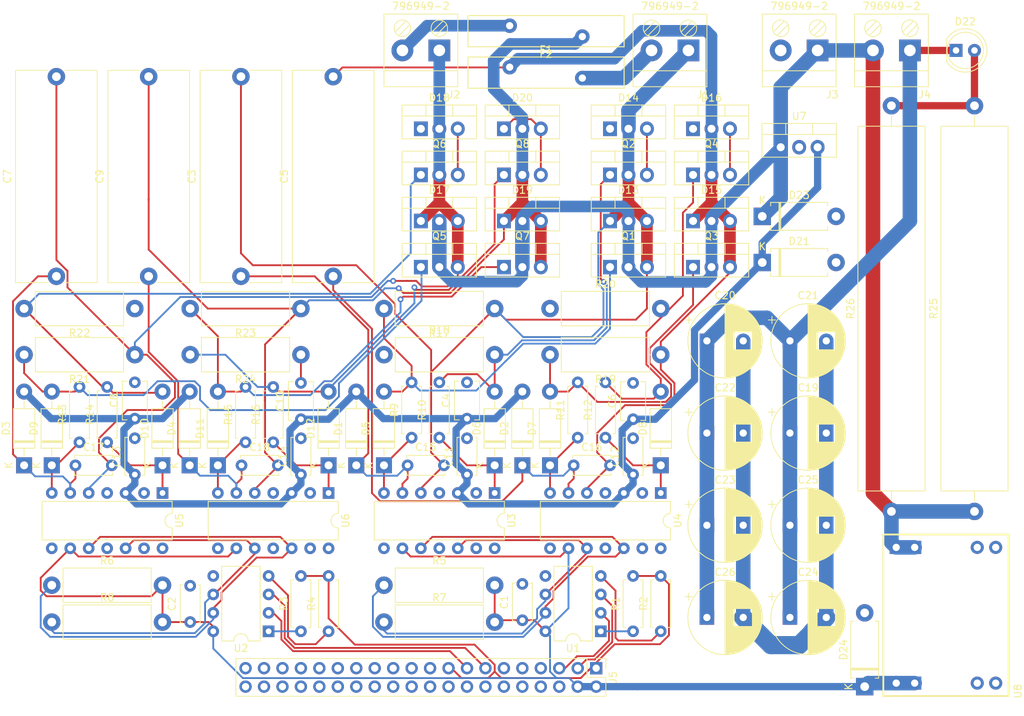
<source format=kicad_pcb>
(kicad_pcb (version 20171130) (host pcbnew "(5.1.9)-1")
  (layers (0 F.Cu signal) (31 B.Cu signal) (34 B.Paste user) (35 F.Paste user) (36 B.SilkS user) (37 F.SilkS user) (38 B.Mask user) (39 F.Mask user) (44 Edge.Cuts user))
  (net 0 "")
  (net 1 GND)
  (net 2 +5V)
  (net 3 "Net-(C15-Pad2)")
  (net 4 "Net-(C15-Pad1)")
  (net 5 +12V)
  (net 6 "Net-(C16-Pad2)")
  (net 7 "Net-(C16-Pad1)")
  (net 8 "Net-(C17-Pad2)")
  (net 9 "Net-(C17-Pad1)")
  (net 10 "Net-(C18-Pad2)")
  (net 11 "Net-(C18-Pad1)")
  (net 12 "Net-(C19-Pad1)")
  (net 13 "Net-(D5-Pad2)")
  (net 14 "Net-(D5-Pad1)")
  (net 15 "Net-(D6-Pad2)")
  (net 16 "Net-(D6-Pad1)")
  (net 17 "Net-(D7-Pad2)")
  (net 18 "Net-(D7-Pad1)")
  (net 19 "Net-(D8-Pad2)")
  (net 20 "Net-(D8-Pad1)")
  (net 21 "Net-(D9-Pad2)")
  (net 22 "Net-(D9-Pad1)")
  (net 23 "Net-(D10-Pad2)")
  (net 24 "Net-(D10-Pad1)")
  (net 25 "Net-(D11-Pad2)")
  (net 26 "Net-(D11-Pad1)")
  (net 27 "Net-(D12-Pad2)")
  (net 28 "Net-(D12-Pad1)")
  (net 29 +24V)
  (net 30 "Net-(D22-Pad2)")
  (net 31 "Net-(F1-Pad1)")
  (net 32 "Net-(F2-Pad1)")
  (net 33 "Net-(J5-Pad40)")
  (net 34 "Net-(J5-Pad39)")
  (net 35 "Net-(J5-Pad38)")
  (net 36 "Net-(J5-Pad37)")
  (net 37 "Net-(J5-Pad36)")
  (net 38 "Net-(J5-Pad35)")
  (net 39 "Net-(J5-Pad34)")
  (net 40 "Net-(J5-Pad33)")
  (net 41 "Net-(J5-Pad32)")
  (net 42 "Net-(J5-Pad31)")
  (net 43 "Net-(J5-Pad30)")
  (net 44 "Net-(J5-Pad29)")
  (net 45 "Net-(J5-Pad28)")
  (net 46 "Net-(J5-Pad27)")
  (net 47 "Net-(J5-Pad26)")
  (net 48 "Net-(J5-Pad25)")
  (net 49 "Net-(J5-Pad24)")
  (net 50 "Net-(J5-Pad23)")
  (net 51 "Net-(J5-Pad22)")
  (net 52 "Net-(J5-Pad21)")
  (net 53 "Net-(J5-Pad20)")
  (net 54 "Net-(J5-Pad19)")
  (net 55 "Net-(J5-Pad18)")
  (net 56 +3V3)
  (net 57 "Net-(J5-Pad16)")
  (net 58 GPIO22)
  (net 59 GPIO27)
  (net 60 "Net-(J5-Pad12)")
  (net 61 "Net-(J5-Pad11)")
  (net 62 "Net-(J5-Pad10)")
  (net 63 "Net-(J5-Pad8)")
  (net 64 "Net-(J5-Pad7)")
  (net 65 GPIO3)
  (net 66 GPIO2)
  (net 67 "Net-(R1-Pad1)")
  (net 68 "Net-(R2-Pad1)")
  (net 69 "Net-(R3-Pad1)")
  (net 70 "Net-(R4-Pad1)")
  (net 71 "Net-(R5-Pad1)")
  (net 72 "Net-(R6-Pad1)")
  (net 73 "Net-(R7-Pad1)")
  (net 74 "Net-(R8-Pad1)")
  (net 75 "Net-(U3-Pad14)")
  (net 76 "Net-(U3-Pad4)")
  (net 77 "Net-(U3-Pad8)")
  (net 78 "Net-(U4-Pad14)")
  (net 79 "Net-(U4-Pad4)")
  (net 80 "Net-(U4-Pad8)")
  (net 81 "Net-(U5-Pad14)")
  (net 82 "Net-(U5-Pad4)")
  (net 83 "Net-(U5-Pad8)")
  (net 84 "Net-(U6-Pad14)")
  (net 85 "Net-(U6-Pad4)")
  (net 86 "Net-(U6-Pad8)")
  (module driver_board:R_Axial_DIN0414_L11.9mm_D4.5mm_P15.24mm_Horizontal (layer F.Cu) (at 69.215 106.045 180)
    (fp_text reference R22 (at 7.62 -3.37) (layer F.SilkS))
    (fp_text value 1kR)
    (pad 2 thru_hole oval (at 15.24 0 180) (size 2.4 2.4) (drill 1.2) (layers *.Cu *.Mask) (net 23 "Net-(D10-Pad2)"))
    (pad 1 thru_hole circle (at 0 0 180) (size 2.4 2.4) (drill 1.2) (layers *.Cu *.Mask) (net 1 GND))
  )
  (module driver_board:R_Axial_DIN0414_L11.9mm_D4.5mm_P15.24mm_Horizontal (layer F.Cu) (at 92.075 112.395 180)
    (fp_text reference R24 (at 7.62 -3.37) (layer F.SilkS))
    (fp_text value 1kR)
    (pad 2 thru_hole oval (at 15.24 0 180) (size 2.4 2.4) (drill 1.2) (layers *.Cu *.Mask) (net 27 "Net-(D12-Pad2)"))
    (pad 1 thru_hole circle (at 0 0 180) (size 2.4 2.4) (drill 1.2) (layers *.Cu *.Mask) (net 1 GND))
  )
  (module driver_board:C_Rect_L29.0mm_W11.0mm_P27.50mm_MKT (layer F.Cu) (at 71.12 101.6 90)
    (fp_text reference C9 (at 13.75 -6.75 90) (layer F.SilkS))
    (fp_text value 22uF)
    (pad 2 thru_hole circle (at 27.5 0 90) (size 2.4 2.4) (drill 1.2) (layers *.Cu *.Mask) (net 10 "Net-(C18-Pad2)"))
    (pad 1 thru_hole circle (at 0 0 90) (size 2.4 2.4) (drill 1.2) (layers *.Cu *.Mask) (net 11 "Net-(C18-Pad1)"))
  )
  (module driver_board:C_Rect_L29.0mm_W11.0mm_P27.50mm_MKT (layer F.Cu) (at 58.42 101.6 90)
    (fp_text reference C7 (at 13.75 -6.75 90) (layer F.SilkS))
    (fp_text value 22uF)
    (pad 2 thru_hole circle (at 27.5 0 90) (size 2.4 2.4) (drill 1.2) (layers *.Cu *.Mask) (net 8 "Net-(C17-Pad2)"))
    (pad 1 thru_hole circle (at 0 0 90) (size 2.4 2.4) (drill 1.2) (layers *.Cu *.Mask) (net 9 "Net-(C17-Pad1)"))
  )
  (module driver_board:C_Rect_L29.0mm_W11.0mm_P27.50mm_MKT (layer F.Cu) (at 83.82 101.6 90)
    (fp_text reference C3 (at 13.75 -6.75 90) (layer F.SilkS))
    (fp_text value 22uF)
    (pad 2 thru_hole circle (at 27.5 0 90) (size 2.4 2.4) (drill 1.2) (layers *.Cu *.Mask) (net 3 "Net-(C15-Pad2)"))
    (pad 1 thru_hole circle (at 0 0 90) (size 2.4 2.4) (drill 1.2) (layers *.Cu *.Mask) (net 4 "Net-(C15-Pad1)"))
  )
  (module driver_board:C_Rect_L29.0mm_W11.0mm_P27.50mm_MKT (layer F.Cu) (at 96.52 101.6 90)
    (fp_text reference C5 (at 13.75 -6.75 90) (layer F.SilkS))
    (fp_text value 22uF)
    (pad 2 thru_hole circle (at 27.5 0 90) (size 2.4 2.4) (drill 1.2) (layers *.Cu *.Mask) (net 6 "Net-(C16-Pad2)"))
    (pad 1 thru_hole circle (at 0 0 90) (size 2.4 2.4) (drill 1.2) (layers *.Cu *.Mask) (net 7 "Net-(C16-Pad1)"))
  )
  (module driver_board:D_DO-15_P10.16mm_Horizontal (layer F.Cu) (at 155.575 93.345)
    (fp_text reference D23 (at 5.08 -2.92) (layer F.SilkS))
    (fp_text value D_TVS)
    (fp_text user K (at 0 -2.2) (layer F.SilkS))
    (pad 2 thru_hole oval (at 10.16 0) (size 2.4 2.4) (drill 1.2) (layers *.Cu *.Mask) (net 1 GND))
    (pad 1 thru_hole rect (at 0 0) (size 2.4 2.4) (drill 1.2) (layers *.Cu *.Mask) (net 29 +24V))
  )
  (module driver_board:MP1584 (layer F.Cu) (at 187.706 138.938 270)
    (fp_text reference U8 (at 19.812 -3.056 90) (layer F.SilkS))
    (fp_text value MP1584EN)
    (pad 4 thru_hole rect (at 18.694 13.691 270) (size 1.8 1.8) (drill 1) (layers *.Cu *.Mask) (net 2 +5V))
    (pad 4 thru_hole rect (at 18.694 11.151 270) (size 1.8 1.8) (drill 1) (layers *.Cu *.Mask) (net 2 +5V))
    (pad 3 thru_hole circle (at 18.694 2.54 270) (size 1.8 1.8) (drill 1) (layers *.Cu *.Mask) (net 1 GND))
    (pad 3 thru_hole circle (at 18.694 0 270) (size 1.8 1.8) (drill 1) (layers *.Cu *.Mask) (net 1 GND))
    (pad 2 thru_hole rect (at 0 13.691 270) (size 1.8 1.8) (drill 1) (layers *.Cu *.Mask) (net 29 +24V))
    (pad 2 thru_hole rect (at 0 11.151 270) (size 1.8 1.8) (drill 1) (layers *.Cu *.Mask) (net 29 +24V))
    (pad 1 thru_hole circle (at 0 2.54 270) (size 1.8 1.8) (drill 1) (layers *.Cu *.Mask) (net 1 GND))
    (pad 1 thru_hole circle (at 0 0 270) (size 1.8 1.8) (drill 1) (layers *.Cu *.Mask) (net 1 GND))
  )
  (module driver_board:TK4R3E06RL (layer F.Cu) (at 146.05 87.63)
    (fp_text reference Q4 (at 2.54 -4.27) (layer F.SilkS))
    (fp_text value Toshiba_TK4R3E06PL)
    (pad 3 thru_hole oval (at 5.08 0) (size 1.905 2) (drill 1.1) (layers *.Cu *.Mask) (net 1 GND))
    (pad 2 thru_hole oval (at 2.54 0) (size 1.905 2) (drill 1.1) (layers *.Cu *.Mask) (net 6 "Net-(C16-Pad2)"))
    (pad 1 thru_hole rect (at 0 0) (size 1.905 2) (drill 1.1) (layers *.Cu *.Mask) (net 19 "Net-(D8-Pad2)"))
  )
  (module driver_board:D_DO-15_P10.16mm_Horizontal (layer F.Cu) (at 169.672 158.115 90)
    (fp_text reference D24 (at 5.08 -2.92 90) (layer F.SilkS))
    (fp_text value D_TVS)
    (fp_text user K (at 0 -2.2 90) (layer F.SilkS))
    (pad 2 thru_hole oval (at 10.16 0 90) (size 2.4 2.4) (drill 1.2) (layers *.Cu *.Mask) (net 1 GND))
    (pad 1 thru_hole rect (at 0 0 90) (size 2.4 2.4) (drill 1.2) (layers *.Cu *.Mask) (net 2 +5V))
  )
  (module driver_board:R_Axial_DIN0414_L11.9mm_D4.5mm_P15.24mm_Horizontal (layer F.Cu) (at 69.215 112.395 180)
    (fp_text reference R21 (at 7.62 -3.37) (layer F.SilkS))
    (fp_text value 1kR)
    (pad 2 thru_hole oval (at 15.24 0 180) (size 2.4 2.4) (drill 1.2) (layers *.Cu *.Mask) (net 21 "Net-(D9-Pad2)"))
    (pad 1 thru_hole circle (at 0 0 180) (size 2.4 2.4) (drill 1.2) (layers *.Cu *.Mask) (net 8 "Net-(C17-Pad2)"))
  )
  (module driver_board:Adafruit_1979 (layer F.Cu) (at 132.715 155.575 270)
    (fp_text reference J5 (at 1.27 -2.33 90) (layer F.SilkS))
    (fp_text value Adafruit_1979)
    (pad 40 thru_hole oval (at 2.54 48.26 270) (size 1.7 1.7) (drill 1) (layers *.Cu *.Mask) (net 33 "Net-(J5-Pad40)"))
    (pad 39 thru_hole oval (at 0 48.26 270) (size 1.7 1.7) (drill 1) (layers *.Cu *.Mask) (net 34 "Net-(J5-Pad39)"))
    (pad 38 thru_hole oval (at 2.54 45.72 270) (size 1.7 1.7) (drill 1) (layers *.Cu *.Mask) (net 35 "Net-(J5-Pad38)"))
    (pad 37 thru_hole oval (at 0 45.72 270) (size 1.7 1.7) (drill 1) (layers *.Cu *.Mask) (net 36 "Net-(J5-Pad37)"))
    (pad 36 thru_hole oval (at 2.54 43.18 270) (size 1.7 1.7) (drill 1) (layers *.Cu *.Mask) (net 37 "Net-(J5-Pad36)"))
    (pad 35 thru_hole oval (at 0 43.18 270) (size 1.7 1.7) (drill 1) (layers *.Cu *.Mask) (net 38 "Net-(J5-Pad35)"))
    (pad 34 thru_hole oval (at 2.54 40.64 270) (size 1.7 1.7) (drill 1) (layers *.Cu *.Mask) (net 39 "Net-(J5-Pad34)"))
    (pad 33 thru_hole oval (at 0 40.64 270) (size 1.7 1.7) (drill 1) (layers *.Cu *.Mask) (net 40 "Net-(J5-Pad33)"))
    (pad 32 thru_hole oval (at 2.54 38.1 270) (size 1.7 1.7) (drill 1) (layers *.Cu *.Mask) (net 41 "Net-(J5-Pad32)"))
    (pad 31 thru_hole oval (at 0 38.1 270) (size 1.7 1.7) (drill 1) (layers *.Cu *.Mask) (net 42 "Net-(J5-Pad31)"))
    (pad 30 thru_hole oval (at 2.54 35.56 270) (size 1.7 1.7) (drill 1) (layers *.Cu *.Mask) (net 43 "Net-(J5-Pad30)"))
    (pad 29 thru_hole oval (at 0 35.56 270) (size 1.7 1.7) (drill 1) (layers *.Cu *.Mask) (net 44 "Net-(J5-Pad29)"))
    (pad 28 thru_hole oval (at 2.54 33.02 270) (size 1.7 1.7) (drill 1) (layers *.Cu *.Mask) (net 45 "Net-(J5-Pad28)"))
    (pad 27 thru_hole oval (at 0 33.02 270) (size 1.7 1.7) (drill 1) (layers *.Cu *.Mask) (net 46 "Net-(J5-Pad27)"))
    (pad 26 thru_hole oval (at 2.54 30.48 270) (size 1.7 1.7) (drill 1) (layers *.Cu *.Mask) (net 47 "Net-(J5-Pad26)"))
    (pad 25 thru_hole oval (at 0 30.48 270) (size 1.7 1.7) (drill 1) (layers *.Cu *.Mask) (net 48 "Net-(J5-Pad25)"))
    (pad 24 thru_hole oval (at 2.54 27.94 270) (size 1.7 1.7) (drill 1) (layers *.Cu *.Mask) (net 49 "Net-(J5-Pad24)"))
    (pad 23 thru_hole oval (at 0 27.94 270) (size 1.7 1.7) (drill 1) (layers *.Cu *.Mask) (net 50 "Net-(J5-Pad23)"))
    (pad 22 thru_hole oval (at 2.54 25.4 270) (size 1.7 1.7) (drill 1) (layers *.Cu *.Mask) (net 51 "Net-(J5-Pad22)"))
    (pad 21 thru_hole oval (at 0 25.4 270) (size 1.7 1.7) (drill 1) (layers *.Cu *.Mask) (net 52 "Net-(J5-Pad21)"))
    (pad 20 thru_hole oval (at 2.54 22.86 270) (size 1.7 1.7) (drill 1) (layers *.Cu *.Mask) (net 53 "Net-(J5-Pad20)"))
    (pad 19 thru_hole oval (at 0 22.86 270) (size 1.7 1.7) (drill 1) (layers *.Cu *.Mask) (net 54 "Net-(J5-Pad19)"))
    (pad 18 thru_hole oval (at 2.54 20.32 270) (size 1.7 1.7) (drill 1) (layers *.Cu *.Mask) (net 55 "Net-(J5-Pad18)"))
    (pad 17 thru_hole oval (at 0 20.32 270) (size 1.7 1.7) (drill 1) (layers *.Cu *.Mask) (net 56 +3V3))
    (pad 16 thru_hole oval (at 2.54 17.78 270) (size 1.7 1.7) (drill 1) (layers *.Cu *.Mask) (net 57 "Net-(J5-Pad16)"))
    (pad 15 thru_hole oval (at 0 17.78 270) (size 1.7 1.7) (drill 1) (layers *.Cu *.Mask) (net 58 GPIO22))
    (pad 14 thru_hole oval (at 2.54 15.24 270) (size 1.7 1.7) (drill 1) (layers *.Cu *.Mask) (net 1 GND))
    (pad 13 thru_hole oval (at 0 15.24 270) (size 1.7 1.7) (drill 1) (layers *.Cu *.Mask) (net 59 GPIO27))
    (pad 12 thru_hole oval (at 2.54 12.7 270) (size 1.7 1.7) (drill 1) (layers *.Cu *.Mask) (net 60 "Net-(J5-Pad12)"))
    (pad 11 thru_hole oval (at 0 12.7 270) (size 1.7 1.7) (drill 1) (layers *.Cu *.Mask) (net 61 "Net-(J5-Pad11)"))
    (pad 10 thru_hole oval (at 2.54 10.16 270) (size 1.7 1.7) (drill 1) (layers *.Cu *.Mask) (net 62 "Net-(J5-Pad10)"))
    (pad 9 thru_hole oval (at 0 10.16 270) (size 1.7 1.7) (drill 1) (layers *.Cu *.Mask) (net 1 GND))
    (pad 8 thru_hole oval (at 2.54 7.62 270) (size 1.7 1.7) (drill 1) (layers *.Cu *.Mask) (net 63 "Net-(J5-Pad8)"))
    (pad 7 thru_hole oval (at 0 7.62 270) (size 1.7 1.7) (drill 1) (layers *.Cu *.Mask) (net 64 "Net-(J5-Pad7)"))
    (pad 6 thru_hole oval (at 2.54 5.08 270) (size 1.7 1.7) (drill 1) (layers *.Cu *.Mask) (net 1 GND))
    (pad 5 thru_hole oval (at 0 5.08 270) (size 1.7 1.7) (drill 1) (layers *.Cu *.Mask) (net 65 GPIO3))
    (pad 4 thru_hole oval (at 2.54 2.54 270) (size 1.7 1.7) (drill 1) (layers *.Cu *.Mask) (net 2 +5V))
    (pad 3 thru_hole oval (at 0 2.54 270) (size 1.7 1.7) (drill 1) (layers *.Cu *.Mask) (net 66 GPIO2))
    (pad 2 thru_hole oval (at 2.54 0 270) (size 1.7 1.7) (drill 1) (layers *.Cu *.Mask) (net 2 +5V))
    (pad 1 thru_hole rect (at 0 0 270) (size 1.7 1.7) (drill 1) (layers *.Cu *.Mask) (net 56 +3V3))
  )
  (module driver_board:R_Axial_DIN0414_L11.9mm_D4.5mm_P15.24mm_Horizontal (layer F.Cu) (at 126.365 106.045)
    (fp_text reference R20 (at 7.62 -3.37) (layer F.SilkS))
    (fp_text value 1kR)
    (pad 2 thru_hole oval (at 15.24 0) (size 2.4 2.4) (drill 1.2) (layers *.Cu *.Mask) (net 19 "Net-(D8-Pad2)"))
    (pad 1 thru_hole circle (at 0 0) (size 2.4 2.4) (drill 1.2) (layers *.Cu *.Mask) (net 1 GND))
  )
  (module Package_DIP:DIP-8_W7.62mm (layer F.Cu) (at 133.35 150.495 180)
    (fp_text reference U1 (at 3.81 -2.33) (layer F.SilkS))
    (fp_text value HCPL-2631)
    (pad 8 thru_hole oval (at 7.62 0 180) (size 1.6 1.6) (drill 0.8) (layers *.Cu *.Mask) (net 2 +5V))
    (pad 4 thru_hole oval (at 0 7.62 180) (size 1.6 1.6) (drill 0.8) (layers *.Cu *.Mask) (net 68 "Net-(R2-Pad1)"))
    (pad 7 thru_hole oval (at 7.62 2.54 180) (size 1.6 1.6) (drill 0.8) (layers *.Cu *.Mask) (net 71 "Net-(R5-Pad1)"))
    (pad 3 thru_hole oval (at 0 5.08 180) (size 1.6 1.6) (drill 0.8) (layers *.Cu *.Mask) (net 66 GPIO2))
    (pad 6 thru_hole oval (at 7.62 5.08 180) (size 1.6 1.6) (drill 0.8) (layers *.Cu *.Mask) (net 73 "Net-(R7-Pad1)"))
    (pad 2 thru_hole oval (at 0 2.54 180) (size 1.6 1.6) (drill 0.8) (layers *.Cu *.Mask) (net 65 GPIO3))
    (pad 5 thru_hole oval (at 7.62 7.62 180) (size 1.6 1.6) (drill 0.8) (layers *.Cu *.Mask) (net 1 GND))
    (pad 1 thru_hole rect (at 0 0 180) (size 1.6 1.6) (drill 0.8) (layers *.Cu *.Mask) (net 67 "Net-(R1-Pad1)"))
  )
  (module driver_board:NTST30120CTG (layer F.Cu) (at 146.05 93.98)
    (fp_text reference D15 (at 2.54 -4.27) (layer F.SilkS))
    (fp_text value NTST30120CTG)
    (pad 3 thru_hole oval (at 5.08 0) (size 1.905 2) (drill 1.1) (layers *.Cu *.Mask) (net 6 "Net-(C16-Pad2)"))
    (pad 2 thru_hole oval (at 2.54 0) (size 1.905 2) (drill 1.1) (layers *.Cu *.Mask) (net 29 +24V))
    (pad 1 thru_hole rect (at 0 0) (size 1.905 2) (drill 1.1) (layers *.Cu *.Mask) (net 6 "Net-(C16-Pad2)"))
  )
  (module driver_board:C_Disc_D5.0mm_W2.5mm_P5.00mm (layer F.Cu) (at 92.075 128.905 90)
    (fp_text reference C14 (at 2.5 -2.5 90) (layer F.SilkS))
    (fp_text value 100nF)
    (pad 2 thru_hole circle (at 5 0 90) (size 1.6 1.6) (drill 0.8) (layers *.Cu *.Mask) (net 1 GND))
    (pad 1 thru_hole circle (at 0 0 90) (size 1.6 1.6) (drill 0.8) (layers *.Cu *.Mask) (net 5 +12V))
  )
  (module driver_board:C_Disc_D5.0mm_W2.5mm_P5.00mm (layer F.Cu) (at 83.9 127.635)
    (fp_text reference C18 (at 2.5 -2.5) (layer F.SilkS))
    (fp_text value 100nF)
    (pad 2 thru_hole circle (at 5 0) (size 1.6 1.6) (drill 0.8) (layers *.Cu *.Mask) (net 10 "Net-(C18-Pad2)"))
    (pad 1 thru_hole circle (at 0 0) (size 1.6 1.6) (drill 0.8) (layers *.Cu *.Mask) (net 11 "Net-(C18-Pad1)"))
  )
  (module driver_board:R_Axial_DIN0414_L11.9mm_D4.5mm_P15.24mm_Horizontal (layer F.Cu) (at 141.605 112.395 180)
    (fp_text reference R19 (at 7.62 -3.37) (layer F.SilkS))
    (fp_text value 1kR)
    (pad 2 thru_hole oval (at 15.24 0 180) (size 2.4 2.4) (drill 1.2) (layers *.Cu *.Mask) (net 17 "Net-(D7-Pad2)"))
    (pad 1 thru_hole circle (at 0 0 180) (size 2.4 2.4) (drill 1.2) (layers *.Cu *.Mask) (net 6 "Net-(C16-Pad2)"))
  )
  (module driver_board:C_Disc_D5.0mm_W2.5mm_P5.00mm (layer F.Cu) (at 129.62 127.635)
    (fp_text reference C16 (at 2.5 -2.5) (layer F.SilkS))
    (fp_text value 100nF)
    (pad 2 thru_hole circle (at 5 0) (size 1.6 1.6) (drill 0.8) (layers *.Cu *.Mask) (net 6 "Net-(C16-Pad2)"))
    (pad 1 thru_hole circle (at 0 0) (size 1.6 1.6) (drill 0.8) (layers *.Cu *.Mask) (net 7 "Net-(C16-Pad1)"))
  )
  (module driver_board:C_Disc_D5.0mm_W2.5mm_P5.00mm (layer F.Cu) (at 137.795 128.905 90)
    (fp_text reference C12 (at 2.5 -2.5 90) (layer F.SilkS))
    (fp_text value 100nF)
    (pad 2 thru_hole circle (at 5 0 90) (size 1.6 1.6) (drill 0.8) (layers *.Cu *.Mask) (net 1 GND))
    (pad 1 thru_hole circle (at 0 0 90) (size 1.6 1.6) (drill 0.8) (layers *.Cu *.Mask) (net 5 +12V))
  )
  (module driver_board:NTST30120CTG (layer F.Cu) (at 120.015 81.28)
    (fp_text reference D20 (at 2.54 -4.27) (layer F.SilkS))
    (fp_text value NTST30120CTG)
    (pad 3 thru_hole oval (at 5.08 0) (size 1.905 2) (drill 1.1) (layers *.Cu *.Mask) (net 1 GND))
    (pad 2 thru_hole oval (at 2.54 0) (size 1.905 2) (drill 1.1) (layers *.Cu *.Mask) (net 10 "Net-(C18-Pad2)"))
    (pad 1 thru_hole rect (at 0 0) (size 1.905 2) (drill 1.1) (layers *.Cu *.Mask) (net 1 GND))
  )
  (module driver_board:NTST30120CTG (layer F.Cu) (at 120.015 93.98)
    (fp_text reference D19 (at 2.54 -4.27) (layer F.SilkS))
    (fp_text value NTST30120CTG)
    (pad 3 thru_hole oval (at 5.08 0) (size 1.905 2) (drill 1.1) (layers *.Cu *.Mask) (net 10 "Net-(C18-Pad2)"))
    (pad 2 thru_hole oval (at 2.54 0) (size 1.905 2) (drill 1.1) (layers *.Cu *.Mask) (net 29 +24V))
    (pad 1 thru_hole rect (at 0 0) (size 1.905 2) (drill 1.1) (layers *.Cu *.Mask) (net 10 "Net-(C18-Pad2)"))
  )
  (module Package_TO_SOT_THT:TO-220-3_Vertical (layer F.Cu) (at 158.115 83.82)
    (fp_text reference U7 (at 2.54 -4.27) (layer F.SilkS))
    (fp_text value LM7812_TO220)
    (pad 3 thru_hole oval (at 5.08 0) (size 1.905 2) (drill 1.1) (layers *.Cu *.Mask) (net 5 +12V))
    (pad 2 thru_hole oval (at 2.54 0) (size 1.905 2) (drill 1.1) (layers *.Cu *.Mask) (net 1 GND))
    (pad 1 thru_hole rect (at 0 0) (size 1.905 2) (drill 1.1) (layers *.Cu *.Mask) (net 29 +24V))
  )
  (module Package_DIP:DIP-14_W7.62mm (layer F.Cu) (at 95.885 131.445 270)
    (fp_text reference U6 (at 3.81 -2.33 90) (layer F.SilkS))
    (fp_text value IR2110)
    (pad 14 thru_hole oval (at 7.62 0 270) (size 1.6 1.6) (drill 0.8) (layers *.Cu *.Mask) (net 84 "Net-(U6-Pad14)"))
    (pad 7 thru_hole oval (at 0 15.24 270) (size 1.6 1.6) (drill 0.8) (layers *.Cu *.Mask) (net 26 "Net-(D11-Pad1)"))
    (pad 13 thru_hole oval (at 7.62 2.54 270) (size 1.6 1.6) (drill 0.8) (layers *.Cu *.Mask) (net 1 GND))
    (pad 6 thru_hole oval (at 0 12.7 270) (size 1.6 1.6) (drill 0.8) (layers *.Cu *.Mask) (net 11 "Net-(C18-Pad1)"))
    (pad 12 thru_hole oval (at 7.62 5.08 270) (size 1.6 1.6) (drill 0.8) (layers *.Cu *.Mask) (net 72 "Net-(R6-Pad1)"))
    (pad 5 thru_hole oval (at 0 10.16 270) (size 1.6 1.6) (drill 0.8) (layers *.Cu *.Mask) (net 10 "Net-(C18-Pad2)"))
    (pad 11 thru_hole oval (at 7.62 7.62 270) (size 1.6 1.6) (drill 0.8) (layers *.Cu *.Mask) (net 1 GND))
    (pad 4 thru_hole oval (at 0 7.62 270) (size 1.6 1.6) (drill 0.8) (layers *.Cu *.Mask) (net 85 "Net-(U6-Pad4)"))
    (pad 10 thru_hole oval (at 7.62 10.16 270) (size 1.6 1.6) (drill 0.8) (layers *.Cu *.Mask) (net 74 "Net-(R8-Pad1)"))
    (pad 3 thru_hole oval (at 0 5.08 270) (size 1.6 1.6) (drill 0.8) (layers *.Cu *.Mask) (net 5 +12V))
    (pad 9 thru_hole oval (at 7.62 12.7 270) (size 1.6 1.6) (drill 0.8) (layers *.Cu *.Mask) (net 2 +5V))
    (pad 2 thru_hole oval (at 0 2.54 270) (size 1.6 1.6) (drill 0.8) (layers *.Cu *.Mask) (net 1 GND))
    (pad 8 thru_hole oval (at 7.62 15.24 270) (size 1.6 1.6) (drill 0.8) (layers *.Cu *.Mask) (net 86 "Net-(U6-Pad8)"))
    (pad 1 thru_hole rect (at 0 0 270) (size 1.6 1.6) (drill 0.8) (layers *.Cu *.Mask) (net 28 "Net-(D12-Pad1)"))
  )
  (module Package_DIP:DIP-14_W7.62mm (layer F.Cu) (at 73.025 131.445 270)
    (fp_text reference U5 (at 3.81 -2.33 90) (layer F.SilkS))
    (fp_text value IR2110)
    (pad 14 thru_hole oval (at 7.62 0 270) (size 1.6 1.6) (drill 0.8) (layers *.Cu *.Mask) (net 81 "Net-(U5-Pad14)"))
    (pad 7 thru_hole oval (at 0 15.24 270) (size 1.6 1.6) (drill 0.8) (layers *.Cu *.Mask) (net 22 "Net-(D9-Pad1)"))
    (pad 13 thru_hole oval (at 7.62 2.54 270) (size 1.6 1.6) (drill 0.8) (layers *.Cu *.Mask) (net 1 GND))
    (pad 6 thru_hole oval (at 0 12.7 270) (size 1.6 1.6) (drill 0.8) (layers *.Cu *.Mask) (net 9 "Net-(C17-Pad1)"))
    (pad 12 thru_hole oval (at 7.62 5.08 270) (size 1.6 1.6) (drill 0.8) (layers *.Cu *.Mask) (net 74 "Net-(R8-Pad1)"))
    (pad 5 thru_hole oval (at 0 10.16 270) (size 1.6 1.6) (drill 0.8) (layers *.Cu *.Mask) (net 8 "Net-(C17-Pad2)"))
    (pad 11 thru_hole oval (at 7.62 7.62 270) (size 1.6 1.6) (drill 0.8) (layers *.Cu *.Mask) (net 1 GND))
    (pad 4 thru_hole oval (at 0 7.62 270) (size 1.6 1.6) (drill 0.8) (layers *.Cu *.Mask) (net 82 "Net-(U5-Pad4)"))
    (pad 10 thru_hole oval (at 7.62 10.16 270) (size 1.6 1.6) (drill 0.8) (layers *.Cu *.Mask) (net 72 "Net-(R6-Pad1)"))
    (pad 3 thru_hole oval (at 0 5.08 270) (size 1.6 1.6) (drill 0.8) (layers *.Cu *.Mask) (net 5 +12V))
    (pad 9 thru_hole oval (at 7.62 12.7 270) (size 1.6 1.6) (drill 0.8) (layers *.Cu *.Mask) (net 2 +5V))
    (pad 2 thru_hole oval (at 0 2.54 270) (size 1.6 1.6) (drill 0.8) (layers *.Cu *.Mask) (net 1 GND))
    (pad 8 thru_hole oval (at 7.62 15.24 270) (size 1.6 1.6) (drill 0.8) (layers *.Cu *.Mask) (net 83 "Net-(U5-Pad8)"))
    (pad 1 thru_hole rect (at 0 0 270) (size 1.6 1.6) (drill 0.8) (layers *.Cu *.Mask) (net 24 "Net-(D10-Pad1)"))
  )
  (module Package_DIP:DIP-14_W7.62mm (layer F.Cu) (at 141.605 131.445 270)
    (fp_text reference U4 (at 3.81 -2.33 90) (layer F.SilkS))
    (fp_text value IR2110)
    (pad 14 thru_hole oval (at 7.62 0 270) (size 1.6 1.6) (drill 0.8) (layers *.Cu *.Mask) (net 78 "Net-(U4-Pad14)"))
    (pad 7 thru_hole oval (at 0 15.24 270) (size 1.6 1.6) (drill 0.8) (layers *.Cu *.Mask) (net 18 "Net-(D7-Pad1)"))
    (pad 13 thru_hole oval (at 7.62 2.54 270) (size 1.6 1.6) (drill 0.8) (layers *.Cu *.Mask) (net 1 GND))
    (pad 6 thru_hole oval (at 0 12.7 270) (size 1.6 1.6) (drill 0.8) (layers *.Cu *.Mask) (net 7 "Net-(C16-Pad1)"))
    (pad 12 thru_hole oval (at 7.62 5.08 270) (size 1.6 1.6) (drill 0.8) (layers *.Cu *.Mask) (net 71 "Net-(R5-Pad1)"))
    (pad 5 thru_hole oval (at 0 10.16 270) (size 1.6 1.6) (drill 0.8) (layers *.Cu *.Mask) (net 6 "Net-(C16-Pad2)"))
    (pad 11 thru_hole oval (at 7.62 7.62 270) (size 1.6 1.6) (drill 0.8) (layers *.Cu *.Mask) (net 1 GND))
    (pad 4 thru_hole oval (at 0 7.62 270) (size 1.6 1.6) (drill 0.8) (layers *.Cu *.Mask) (net 79 "Net-(U4-Pad4)"))
    (pad 10 thru_hole oval (at 7.62 10.16 270) (size 1.6 1.6) (drill 0.8) (layers *.Cu *.Mask) (net 73 "Net-(R7-Pad1)"))
    (pad 3 thru_hole oval (at 0 5.08 270) (size 1.6 1.6) (drill 0.8) (layers *.Cu *.Mask) (net 5 +12V))
    (pad 9 thru_hole oval (at 7.62 12.7 270) (size 1.6 1.6) (drill 0.8) (layers *.Cu *.Mask) (net 2 +5V))
    (pad 2 thru_hole oval (at 0 2.54 270) (size 1.6 1.6) (drill 0.8) (layers *.Cu *.Mask) (net 1 GND))
    (pad 8 thru_hole oval (at 7.62 15.24 270) (size 1.6 1.6) (drill 0.8) (layers *.Cu *.Mask) (net 80 "Net-(U4-Pad8)"))
    (pad 1 thru_hole rect (at 0 0 270) (size 1.6 1.6) (drill 0.8) (layers *.Cu *.Mask) (net 20 "Net-(D8-Pad1)"))
  )
  (module Package_DIP:DIP-14_W7.62mm (layer F.Cu) (at 118.745 131.445 270)
    (fp_text reference U3 (at 3.81 -2.33 90) (layer F.SilkS))
    (fp_text value IR2110)
    (pad 14 thru_hole oval (at 7.62 0 270) (size 1.6 1.6) (drill 0.8) (layers *.Cu *.Mask) (net 75 "Net-(U3-Pad14)"))
    (pad 7 thru_hole oval (at 0 15.24 270) (size 1.6 1.6) (drill 0.8) (layers *.Cu *.Mask) (net 14 "Net-(D5-Pad1)"))
    (pad 13 thru_hole oval (at 7.62 2.54 270) (size 1.6 1.6) (drill 0.8) (layers *.Cu *.Mask) (net 1 GND))
    (pad 6 thru_hole oval (at 0 12.7 270) (size 1.6 1.6) (drill 0.8) (layers *.Cu *.Mask) (net 4 "Net-(C15-Pad1)"))
    (pad 12 thru_hole oval (at 7.62 5.08 270) (size 1.6 1.6) (drill 0.8) (layers *.Cu *.Mask) (net 73 "Net-(R7-Pad1)"))
    (pad 5 thru_hole oval (at 0 10.16 270) (size 1.6 1.6) (drill 0.8) (layers *.Cu *.Mask) (net 3 "Net-(C15-Pad2)"))
    (pad 11 thru_hole oval (at 7.62 7.62 270) (size 1.6 1.6) (drill 0.8) (layers *.Cu *.Mask) (net 1 GND))
    (pad 4 thru_hole oval (at 0 7.62 270) (size 1.6 1.6) (drill 0.8) (layers *.Cu *.Mask) (net 76 "Net-(U3-Pad4)"))
    (pad 10 thru_hole oval (at 7.62 10.16 270) (size 1.6 1.6) (drill 0.8) (layers *.Cu *.Mask) (net 71 "Net-(R5-Pad1)"))
    (pad 3 thru_hole oval (at 0 5.08 270) (size 1.6 1.6) (drill 0.8) (layers *.Cu *.Mask) (net 5 +12V))
    (pad 9 thru_hole oval (at 7.62 12.7 270) (size 1.6 1.6) (drill 0.8) (layers *.Cu *.Mask) (net 2 +5V))
    (pad 2 thru_hole oval (at 0 2.54 270) (size 1.6 1.6) (drill 0.8) (layers *.Cu *.Mask) (net 1 GND))
    (pad 8 thru_hole oval (at 7.62 15.24 270) (size 1.6 1.6) (drill 0.8) (layers *.Cu *.Mask) (net 77 "Net-(U3-Pad8)"))
    (pad 1 thru_hole rect (at 0 0 270) (size 1.6 1.6) (drill 0.8) (layers *.Cu *.Mask) (net 16 "Net-(D6-Pad1)"))
  )
  (module Package_DIP:DIP-8_W7.62mm (layer F.Cu) (at 87.63 150.495 180)
    (fp_text reference U2 (at 3.81 -2.33) (layer F.SilkS))
    (fp_text value HCPL-2631)
    (pad 8 thru_hole oval (at 7.62 0 180) (size 1.6 1.6) (drill 0.8) (layers *.Cu *.Mask) (net 2 +5V))
    (pad 4 thru_hole oval (at 0 7.62 180) (size 1.6 1.6) (drill 0.8) (layers *.Cu *.Mask) (net 70 "Net-(R4-Pad1)"))
    (pad 7 thru_hole oval (at 7.62 2.54 180) (size 1.6 1.6) (drill 0.8) (layers *.Cu *.Mask) (net 72 "Net-(R6-Pad1)"))
    (pad 3 thru_hole oval (at 0 5.08 180) (size 1.6 1.6) (drill 0.8) (layers *.Cu *.Mask) (net 59 GPIO27))
    (pad 6 thru_hole oval (at 7.62 5.08 180) (size 1.6 1.6) (drill 0.8) (layers *.Cu *.Mask) (net 74 "Net-(R8-Pad1)"))
    (pad 2 thru_hole oval (at 0 2.54 180) (size 1.6 1.6) (drill 0.8) (layers *.Cu *.Mask) (net 58 GPIO22))
    (pad 5 thru_hole oval (at 7.62 7.62 180) (size 1.6 1.6) (drill 0.8) (layers *.Cu *.Mask) (net 1 GND))
    (pad 1 thru_hole rect (at 0 0 180) (size 1.6 1.6) (drill 0.8) (layers *.Cu *.Mask) (net 69 "Net-(R3-Pad1)"))
  )
  (module driver_board:R_Axial_Power_L50.0mm_W9.0mm_P55.88mm (layer F.Cu) (at 173.355 133.985 90)
    (fp_text reference R26 (at 27.94 -5.62 90) (layer F.SilkS))
    (fp_text value 1kR)
    (pad 2 thru_hole oval (at 55.88 0 90) (size 2.4 2.4) (drill 1.2) (layers *.Cu *.Mask) (net 30 "Net-(D22-Pad2)"))
    (pad 1 thru_hole circle (at 0 0 90) (size 2.4 2.4) (drill 1.2) (layers *.Cu *.Mask) (net 29 +24V))
  )
  (module driver_board:R_Axial_Power_L50.0mm_W9.0mm_P55.88mm (layer F.Cu) (at 184.785 133.985 90)
    (fp_text reference R25 (at 27.94 -5.62 90) (layer F.SilkS))
    (fp_text value 1kR)
    (pad 2 thru_hole oval (at 55.88 0 90) (size 2.4 2.4) (drill 1.2) (layers *.Cu *.Mask) (net 30 "Net-(D22-Pad2)"))
    (pad 1 thru_hole circle (at 0 0 90) (size 2.4 2.4) (drill 1.2) (layers *.Cu *.Mask) (net 29 +24V))
  )
  (module driver_board:R_Axial_DIN0414_L11.9mm_D4.5mm_P15.24mm_Horizontal (layer F.Cu) (at 92.075 106.045 180)
    (fp_text reference R23 (at 7.62 -3.37) (layer F.SilkS))
    (fp_text value 1kR)
    (pad 2 thru_hole oval (at 15.24 0 180) (size 2.4 2.4) (drill 1.2) (layers *.Cu *.Mask) (net 25 "Net-(D11-Pad2)"))
    (pad 1 thru_hole circle (at 0 0 180) (size 2.4 2.4) (drill 1.2) (layers *.Cu *.Mask) (net 10 "Net-(C18-Pad2)"))
  )
  (module driver_board:R_Axial_DIN0414_L11.9mm_D4.5mm_P15.24mm_Horizontal (layer F.Cu) (at 103.505 112.395)
    (fp_text reference R18 (at 7.62 -3.37) (layer F.SilkS))
    (fp_text value 1kR)
    (pad 2 thru_hole oval (at 15.24 0) (size 2.4 2.4) (drill 1.2) (layers *.Cu *.Mask) (net 15 "Net-(D6-Pad2)"))
    (pad 1 thru_hole circle (at 0 0) (size 2.4 2.4) (drill 1.2) (layers *.Cu *.Mask) (net 1 GND))
  )
  (module driver_board:R_Axial_DIN0414_L11.9mm_D4.5mm_P15.24mm_Horizontal (layer F.Cu) (at 118.745 106.045 180)
    (fp_text reference R17 (at 7.62 -3.37) (layer F.SilkS))
    (fp_text value 1kR)
    (pad 2 thru_hole oval (at 15.24 0 180) (size 2.4 2.4) (drill 1.2) (layers *.Cu *.Mask) (net 13 "Net-(D5-Pad2)"))
    (pad 1 thru_hole circle (at 0 0 180) (size 2.4 2.4) (drill 1.2) (layers *.Cu *.Mask) (net 3 "Net-(C15-Pad2)"))
  )
  (module driver_board:R_Axial_DIN0207_L6.3mm_D2.5mm_P7.62mm_Horizontal (layer F.Cu) (at 88.265 124.46 90)
    (fp_text reference R16 (at 3.81 -2.37 90) (layer F.SilkS))
    (fp_text value 10R)
    (pad 2 thru_hole oval (at 7.62 0 90) (size 1.6 1.6) (drill 0.8) (layers *.Cu *.Mask) (net 27 "Net-(D12-Pad2)"))
    (pad 1 thru_hole circle (at 0 0 90) (size 1.6 1.6) (drill 0.8) (layers *.Cu *.Mask) (net 28 "Net-(D12-Pad1)"))
  )
  (module driver_board:R_Axial_DIN0207_L6.3mm_D2.5mm_P7.62mm_Horizontal (layer F.Cu) (at 84.455 124.46 90)
    (fp_text reference R15 (at 3.81 -2.37 90) (layer F.SilkS))
    (fp_text value 10R)
    (pad 2 thru_hole oval (at 7.62 0 90) (size 1.6 1.6) (drill 0.8) (layers *.Cu *.Mask) (net 25 "Net-(D11-Pad2)"))
    (pad 1 thru_hole circle (at 0 0 90) (size 1.6 1.6) (drill 0.8) (layers *.Cu *.Mask) (net 26 "Net-(D11-Pad1)"))
  )
  (module driver_board:R_Axial_DIN0207_L6.3mm_D2.5mm_P7.62mm_Horizontal (layer F.Cu) (at 65.405 124.46 90)
    (fp_text reference R14 (at 3.81 -2.37 90) (layer F.SilkS))
    (fp_text value 10R)
    (pad 2 thru_hole oval (at 7.62 0 90) (size 1.6 1.6) (drill 0.8) (layers *.Cu *.Mask) (net 23 "Net-(D10-Pad2)"))
    (pad 1 thru_hole circle (at 0 0 90) (size 1.6 1.6) (drill 0.8) (layers *.Cu *.Mask) (net 24 "Net-(D10-Pad1)"))
  )
  (module driver_board:R_Axial_DIN0207_L6.3mm_D2.5mm_P7.62mm_Horizontal (layer F.Cu) (at 61.595 124.46 90)
    (fp_text reference R13 (at 3.81 -2.37 90) (layer F.SilkS))
    (fp_text value 10R)
    (pad 2 thru_hole oval (at 7.62 0 90) (size 1.6 1.6) (drill 0.8) (layers *.Cu *.Mask) (net 21 "Net-(D9-Pad2)"))
    (pad 1 thru_hole circle (at 0 0 90) (size 1.6 1.6) (drill 0.8) (layers *.Cu *.Mask) (net 22 "Net-(D9-Pad1)"))
  )
  (module driver_board:R_Axial_DIN0207_L6.3mm_D2.5mm_P7.62mm_Horizontal (layer F.Cu) (at 133.985 123.825 90)
    (fp_text reference R12 (at 3.81 -2.37 90) (layer F.SilkS))
    (fp_text value 10R)
    (pad 2 thru_hole oval (at 7.62 0 90) (size 1.6 1.6) (drill 0.8) (layers *.Cu *.Mask) (net 19 "Net-(D8-Pad2)"))
    (pad 1 thru_hole circle (at 0 0 90) (size 1.6 1.6) (drill 0.8) (layers *.Cu *.Mask) (net 20 "Net-(D8-Pad1)"))
  )
  (module driver_board:R_Axial_DIN0207_L6.3mm_D2.5mm_P7.62mm_Horizontal (layer F.Cu) (at 130.175 123.825 90)
    (fp_text reference R11 (at 3.81 -2.37 90) (layer F.SilkS))
    (fp_text value 10R)
    (pad 2 thru_hole oval (at 7.62 0 90) (size 1.6 1.6) (drill 0.8) (layers *.Cu *.Mask) (net 17 "Net-(D7-Pad2)"))
    (pad 1 thru_hole circle (at 0 0 90) (size 1.6 1.6) (drill 0.8) (layers *.Cu *.Mask) (net 18 "Net-(D7-Pad1)"))
  )
  (module driver_board:R_Axial_DIN0207_L6.3mm_D2.5mm_P7.62mm_Horizontal (layer F.Cu) (at 111.125 123.825 90)
    (fp_text reference R10 (at 3.81 -2.37 90) (layer F.SilkS))
    (fp_text value 10R)
    (pad 2 thru_hole oval (at 7.62 0 90) (size 1.6 1.6) (drill 0.8) (layers *.Cu *.Mask) (net 15 "Net-(D6-Pad2)"))
    (pad 1 thru_hole circle (at 0 0 90) (size 1.6 1.6) (drill 0.8) (layers *.Cu *.Mask) (net 16 "Net-(D6-Pad1)"))
  )
  (module driver_board:R_Axial_DIN0207_L6.3mm_D2.5mm_P7.62mm_Horizontal (layer F.Cu) (at 107.315 123.825 90)
    (fp_text reference R9 (at 3.81 -2.37 90) (layer F.SilkS))
    (fp_text value 10R)
    (pad 2 thru_hole oval (at 7.62 0 90) (size 1.6 1.6) (drill 0.8) (layers *.Cu *.Mask) (net 13 "Net-(D5-Pad2)"))
    (pad 1 thru_hole circle (at 0 0 90) (size 1.6 1.6) (drill 0.8) (layers *.Cu *.Mask) (net 14 "Net-(D5-Pad1)"))
  )
  (module driver_board:R_Axial_DIN0414_L11.9mm_D4.5mm_P15.24mm_Horizontal (layer F.Cu) (at 57.785 149.225)
    (fp_text reference R8 (at 7.62 -3.37) (layer F.SilkS))
    (fp_text value 1kR)
    (pad 2 thru_hole oval (at 15.24 0) (size 2.4 2.4) (drill 1.2) (layers *.Cu *.Mask) (net 2 +5V))
    (pad 1 thru_hole circle (at 0 0) (size 2.4 2.4) (drill 1.2) (layers *.Cu *.Mask) (net 74 "Net-(R8-Pad1)"))
  )
  (module driver_board:R_Axial_DIN0414_L11.9mm_D4.5mm_P15.24mm_Horizontal (layer F.Cu) (at 103.505 149.225)
    (fp_text reference R7 (at 7.62 -3.37) (layer F.SilkS))
    (fp_text value 1kR)
    (pad 2 thru_hole oval (at 15.24 0) (size 2.4 2.4) (drill 1.2) (layers *.Cu *.Mask) (net 2 +5V))
    (pad 1 thru_hole circle (at 0 0) (size 2.4 2.4) (drill 1.2) (layers *.Cu *.Mask) (net 73 "Net-(R7-Pad1)"))
  )
  (module driver_board:R_Axial_DIN0414_L11.9mm_D4.5mm_P15.24mm_Horizontal (layer F.Cu) (at 57.785 144.145)
    (fp_text reference R6 (at 7.62 -3.37) (layer F.SilkS))
    (fp_text value 1kR)
    (pad 2 thru_hole oval (at 15.24 0) (size 2.4 2.4) (drill 1.2) (layers *.Cu *.Mask) (net 2 +5V))
    (pad 1 thru_hole circle (at 0 0) (size 2.4 2.4) (drill 1.2) (layers *.Cu *.Mask) (net 72 "Net-(R6-Pad1)"))
  )
  (module driver_board:R_Axial_DIN0414_L11.9mm_D4.5mm_P15.24mm_Horizontal (layer F.Cu) (at 103.505 144.145)
    (fp_text reference R5 (at 7.62 -3.37) (layer F.SilkS))
    (fp_text value 1kR)
    (pad 2 thru_hole oval (at 15.24 0) (size 2.4 2.4) (drill 1.2) (layers *.Cu *.Mask) (net 2 +5V))
    (pad 1 thru_hole circle (at 0 0) (size 2.4 2.4) (drill 1.2) (layers *.Cu *.Mask) (net 71 "Net-(R5-Pad1)"))
  )
  (module driver_board:R_Axial_DIN0207_L6.3mm_D2.5mm_P7.62mm_Horizontal (layer F.Cu) (at 95.885 150.495 90)
    (fp_text reference R4 (at 3.81 -2.37 90) (layer F.SilkS))
    (fp_text value 300R)
    (pad 2 thru_hole oval (at 7.62 0 90) (size 1.6 1.6) (drill 0.8) (layers *.Cu *.Mask) (net 56 +3V3))
    (pad 1 thru_hole circle (at 0 0 90) (size 1.6 1.6) (drill 0.8) (layers *.Cu *.Mask) (net 70 "Net-(R4-Pad1)"))
  )
  (module driver_board:R_Axial_DIN0207_L6.3mm_D2.5mm_P7.62mm_Horizontal (layer F.Cu) (at 92.075 150.495 90)
    (fp_text reference R3 (at 3.81 -2.37 90) (layer F.SilkS))
    (fp_text value 300R)
    (pad 2 thru_hole oval (at 7.62 0 90) (size 1.6 1.6) (drill 0.8) (layers *.Cu *.Mask) (net 56 +3V3))
    (pad 1 thru_hole circle (at 0 0 90) (size 1.6 1.6) (drill 0.8) (layers *.Cu *.Mask) (net 69 "Net-(R3-Pad1)"))
  )
  (module driver_board:R_Axial_DIN0207_L6.3mm_D2.5mm_P7.62mm_Horizontal (layer F.Cu) (at 141.605 150.495 90)
    (fp_text reference R2 (at 3.81 -2.37 90) (layer F.SilkS))
    (fp_text value 300R)
    (pad 2 thru_hole oval (at 7.62 0 90) (size 1.6 1.6) (drill 0.8) (layers *.Cu *.Mask) (net 56 +3V3))
    (pad 1 thru_hole circle (at 0 0 90) (size 1.6 1.6) (drill 0.8) (layers *.Cu *.Mask) (net 68 "Net-(R2-Pad1)"))
  )
  (module driver_board:R_Axial_DIN0207_L6.3mm_D2.5mm_P7.62mm_Horizontal (layer F.Cu) (at 137.795 150.495 90)
    (fp_text reference R1 (at 3.81 -2.37 90) (layer F.SilkS))
    (fp_text value 300R)
    (pad 2 thru_hole oval (at 7.62 0 90) (size 1.6 1.6) (drill 0.8) (layers *.Cu *.Mask) (net 56 +3V3))
    (pad 1 thru_hole circle (at 0 0 90) (size 1.6 1.6) (drill 0.8) (layers *.Cu *.Mask) (net 67 "Net-(R1-Pad1)"))
  )
  (module driver_board:TK4R3E06RL (layer F.Cu) (at 120.015 87.63)
    (fp_text reference Q8 (at 2.54 -4.27) (layer F.SilkS))
    (fp_text value Toshiba_TK4R3E06PL)
    (pad 3 thru_hole oval (at 5.08 0) (size 1.905 2) (drill 1.1) (layers *.Cu *.Mask) (net 1 GND))
    (pad 2 thru_hole oval (at 2.54 0) (size 1.905 2) (drill 1.1) (layers *.Cu *.Mask) (net 10 "Net-(C18-Pad2)"))
    (pad 1 thru_hole rect (at 0 0) (size 1.905 2) (drill 1.1) (layers *.Cu *.Mask) (net 27 "Net-(D12-Pad2)"))
  )
  (module driver_board:TK4R3E06RL (layer F.Cu) (at 120.015 100.33)
    (fp_text reference Q7 (at 2.54 -4.27) (layer F.SilkS))
    (fp_text value Toshiba_TK4R3E06PL)
    (pad 3 thru_hole oval (at 5.08 0) (size 1.905 2) (drill 1.1) (layers *.Cu *.Mask) (net 10 "Net-(C18-Pad2)"))
    (pad 2 thru_hole oval (at 2.54 0) (size 1.905 2) (drill 1.1) (layers *.Cu *.Mask) (net 29 +24V))
    (pad 1 thru_hole rect (at 0 0) (size 1.905 2) (drill 1.1) (layers *.Cu *.Mask) (net 25 "Net-(D11-Pad2)"))
  )
  (module driver_board:TK4R3E06RL (layer F.Cu) (at 108.585 87.63)
    (fp_text reference Q6 (at 2.54 -4.27) (layer F.SilkS))
    (fp_text value Toshiba_TK4R3E06PL)
    (pad 3 thru_hole oval (at 5.08 0) (size 1.905 2) (drill 1.1) (layers *.Cu *.Mask) (net 1 GND))
    (pad 2 thru_hole oval (at 2.54 0) (size 1.905 2) (drill 1.1) (layers *.Cu *.Mask) (net 8 "Net-(C17-Pad2)"))
    (pad 1 thru_hole rect (at 0 0) (size 1.905 2) (drill 1.1) (layers *.Cu *.Mask) (net 23 "Net-(D10-Pad2)"))
  )
  (module driver_board:TK4R3E06RL (layer F.Cu) (at 108.585 100.33)
    (fp_text reference Q5 (at 2.54 -4.27) (layer F.SilkS))
    (fp_text value Toshiba_TK4R3E06PL)
    (pad 3 thru_hole oval (at 5.08 0) (size 1.905 2) (drill 1.1) (layers *.Cu *.Mask) (net 8 "Net-(C17-Pad2)"))
    (pad 2 thru_hole oval (at 2.54 0) (size 1.905 2) (drill 1.1) (layers *.Cu *.Mask) (net 29 +24V))
    (pad 1 thru_hole rect (at 0 0) (size 1.905 2) (drill 1.1) (layers *.Cu *.Mask) (net 21 "Net-(D9-Pad2)"))
  )
  (module driver_board:TK4R3E06RL (layer F.Cu) (at 146.05 100.33)
    (fp_text reference Q3 (at 2.54 -4.27) (layer F.SilkS))
    (fp_text value Toshiba_TK4R3E06PL)
    (pad 3 thru_hole oval (at 5.08 0) (size 1.905 2) (drill 1.1) (layers *.Cu *.Mask) (net 6 "Net-(C16-Pad2)"))
    (pad 2 thru_hole oval (at 2.54 0) (size 1.905 2) (drill 1.1) (layers *.Cu *.Mask) (net 29 +24V))
    (pad 1 thru_hole rect (at 0 0) (size 1.905 2) (drill 1.1) (layers *.Cu *.Mask) (net 17 "Net-(D7-Pad2)"))
  )
  (module driver_board:TK4R3E06RL (layer F.Cu) (at 134.62 87.63)
    (fp_text reference Q2 (at 2.54 -4.27) (layer F.SilkS))
    (fp_text value Toshiba_TK4R3E06PL)
    (pad 3 thru_hole oval (at 5.08 0) (size 1.905 2) (drill 1.1) (layers *.Cu *.Mask) (net 1 GND))
    (pad 2 thru_hole oval (at 2.54 0) (size 1.905 2) (drill 1.1) (layers *.Cu *.Mask) (net 3 "Net-(C15-Pad2)"))
    (pad 1 thru_hole rect (at 0 0) (size 1.905 2) (drill 1.1) (layers *.Cu *.Mask) (net 15 "Net-(D6-Pad2)"))
  )
  (module driver_board:TK4R3E06RL (layer F.Cu) (at 134.62 100.33)
    (fp_text reference Q1 (at 2.54 -4.27) (layer F.SilkS))
    (fp_text value Toshiba_TK4R3E06PL)
    (pad 3 thru_hole oval (at 5.08 0) (size 1.905 2) (drill 1.1) (layers *.Cu *.Mask) (net 3 "Net-(C15-Pad2)"))
    (pad 2 thru_hole oval (at 2.54 0) (size 1.905 2) (drill 1.1) (layers *.Cu *.Mask) (net 29 +24V))
    (pad 1 thru_hole rect (at 0 0) (size 1.905 2) (drill 1.1) (layers *.Cu *.Mask) (net 13 "Net-(D5-Pad2)"))
  )
  (module driver_board:796949-2 (layer F.Cu) (at 175.895 70.485 180)
    (fp_text reference J4 (at -2.032 -6.096) (layer F.SilkS))
    (fp_text value 796949-2 (at 2.54 6.096) (layer F.SilkS))
    (pad 1 thru_hole rect (at 0 0 180) (size 3 3) (drill 1.6) (layers *.Cu *.Mask) (net 12 "Net-(C19-Pad1)"))
    (pad 2 thru_hole circle (at 5.08 0 180) (size 3 3) (drill 1.6) (layers *.Cu *.Mask) (net 29 +24V))
  )
  (module driver_board:796949-2 (layer F.Cu) (at 163.195 70.485 180)
    (fp_text reference J3 (at -2.032 -6.096) (layer F.SilkS))
    (fp_text value 796949-2 (at 2.54 6.096) (layer F.SilkS))
    (pad 1 thru_hole rect (at 0 0 180) (size 3 3) (drill 1.6) (layers *.Cu *.Mask) (net 29 +24V))
    (pad 2 thru_hole circle (at 5.08 0 180) (size 3 3) (drill 1.6) (layers *.Cu *.Mask) (net 1 GND))
  )
  (module driver_board:796949-2 (layer F.Cu) (at 111.125 70.485 180)
    (fp_text reference J2 (at -2.032 -6.096) (layer F.SilkS))
    (fp_text value 796949-2 (at 2.54 6.096) (layer F.SilkS))
    (pad 1 thru_hole rect (at 0 0 180) (size 3 3) (drill 1.6) (layers *.Cu *.Mask) (net 8 "Net-(C17-Pad2)"))
    (pad 2 thru_hole circle (at 5.08 0 180) (size 3 3) (drill 1.6) (layers *.Cu *.Mask) (net 32 "Net-(F2-Pad1)"))
  )
  (module driver_board:796949-2 (layer F.Cu) (at 145.415 70.485 180)
    (fp_text reference J1 (at -2.032 -6.096) (layer F.SilkS))
    (fp_text value 796949-2 (at 2.54 6.096) (layer F.SilkS))
    (pad 1 thru_hole rect (at 0 0 180) (size 3 3) (drill 1.6) (layers *.Cu *.Mask) (net 3 "Net-(C15-Pad2)"))
    (pad 2 thru_hole circle (at 5.08 0 180) (size 3 3) (drill 1.6) (layers *.Cu *.Mask) (net 31 "Net-(F1-Pad1)"))
  )
  (module driver_board:RV_Disc_D21.5mm_W4.3mm_P10mm (layer F.Cu) (at 120.81 67.08)
    (fp_text reference F2 (at 5 3.9) (layer F.SilkS))
    (fp_text value "Bel Fuse 0ZRS1000FF1A")
    (pad 2 thru_hole circle (at 10 1.5) (size 2 2) (drill 1) (layers *.Cu *.Mask) (net 10 "Net-(C18-Pad2)"))
    (pad 1 thru_hole circle (at 0 0) (size 2 2) (drill 1) (layers *.Cu *.Mask) (net 32 "Net-(F2-Pad1)"))
  )
  (module driver_board:RV_Disc_D21.5mm_W4.3mm_P10mm (layer F.Cu) (at 130.81 74.295 180)
    (fp_text reference F1 (at 5 3.9) (layer F.SilkS))
    (fp_text value "Bel Fuse 0ZRS1000FF1A")
    (pad 2 thru_hole circle (at 10 1.5 180) (size 2 2) (drill 1) (layers *.Cu *.Mask) (net 6 "Net-(C16-Pad2)"))
    (pad 1 thru_hole circle (at 0 0 180) (size 2 2) (drill 1) (layers *.Cu *.Mask) (net 31 "Net-(F1-Pad1)"))
  )
  (module driver_board:LED_D5.0mm_PRECAHRGE (layer F.Cu) (at 182.245 70.485)
    (fp_text reference D22 (at 1.27 -3.96) (layer F.SilkS))
    (fp_text value LED)
    (pad 2 thru_hole circle (at 2.54 0) (size 1.8 1.8) (drill 0.9) (layers *.Cu *.Mask) (net 30 "Net-(D22-Pad2)"))
    (pad 1 thru_hole rect (at 0 0) (size 1.8 1.8) (drill 0.9) (layers *.Cu *.Mask) (net 12 "Net-(C19-Pad1)"))
  )
  (module driver_board:D_DO-15_P10.16mm_Horizontal (layer F.Cu) (at 155.575 99.695)
    (fp_text reference D21 (at 5.08 -2.92) (layer F.SilkS))
    (fp_text value D_TVS)
    (fp_text user K (at 0 -2.2) (layer F.SilkS))
    (pad 2 thru_hole oval (at 10.16 0) (size 2.4 2.4) (drill 1.2) (layers *.Cu *.Mask) (net 1 GND))
    (pad 1 thru_hole rect (at 0 0) (size 2.4 2.4) (drill 1.2) (layers *.Cu *.Mask) (net 5 +12V))
  )
  (module driver_board:NTST30120CTG (layer F.Cu) (at 108.585 81.28)
    (fp_text reference D18 (at 2.54 -4.27) (layer F.SilkS))
    (fp_text value NTST30120CTG)
    (pad 3 thru_hole oval (at 5.08 0) (size 1.905 2) (drill 1.1) (layers *.Cu *.Mask) (net 1 GND))
    (pad 2 thru_hole oval (at 2.54 0) (size 1.905 2) (drill 1.1) (layers *.Cu *.Mask) (net 8 "Net-(C17-Pad2)"))
    (pad 1 thru_hole rect (at 0 0) (size 1.905 2) (drill 1.1) (layers *.Cu *.Mask) (net 1 GND))
  )
  (module driver_board:NTST30120CTG (layer F.Cu) (at 108.585 93.98)
    (fp_text reference D17 (at 2.54 -4.27) (layer F.SilkS))
    (fp_text value NTST30120CTG)
    (pad 3 thru_hole oval (at 5.08 0) (size 1.905 2) (drill 1.1) (layers *.Cu *.Mask) (net 8 "Net-(C17-Pad2)"))
    (pad 2 thru_hole oval (at 2.54 0) (size 1.905 2) (drill 1.1) (layers *.Cu *.Mask) (net 29 +24V))
    (pad 1 thru_hole rect (at 0 0) (size 1.905 2) (drill 1.1) (layers *.Cu *.Mask) (net 8 "Net-(C17-Pad2)"))
  )
  (module driver_board:NTST30120CTG (layer F.Cu) (at 146.05 81.28)
    (fp_text reference D16 (at 2.54 -4.27) (layer F.SilkS))
    (fp_text value NTST30120CTG)
    (pad 3 thru_hole oval (at 5.08 0) (size 1.905 2) (drill 1.1) (layers *.Cu *.Mask) (net 1 GND))
    (pad 2 thru_hole oval (at 2.54 0) (size 1.905 2) (drill 1.1) (layers *.Cu *.Mask) (net 6 "Net-(C16-Pad2)"))
    (pad 1 thru_hole rect (at 0 0) (size 1.905 2) (drill 1.1) (layers *.Cu *.Mask) (net 1 GND))
  )
  (module driver_board:NTST30120CTG (layer F.Cu) (at 134.62 81.28)
    (fp_text reference D14 (at 2.54 -4.27) (layer F.SilkS))
    (fp_text value NTST30120CTG)
    (pad 3 thru_hole oval (at 5.08 0) (size 1.905 2) (drill 1.1) (layers *.Cu *.Mask) (net 1 GND))
    (pad 2 thru_hole oval (at 2.54 0) (size 1.905 2) (drill 1.1) (layers *.Cu *.Mask) (net 3 "Net-(C15-Pad2)"))
    (pad 1 thru_hole rect (at 0 0) (size 1.905 2) (drill 1.1) (layers *.Cu *.Mask) (net 1 GND))
  )
  (module driver_board:NTST30120CTG (layer F.Cu) (at 134.62 93.98)
    (fp_text reference D13 (at 2.54 -4.27) (layer F.SilkS))
    (fp_text value NTST30120CTG)
    (pad 3 thru_hole oval (at 5.08 0) (size 1.905 2) (drill 1.1) (layers *.Cu *.Mask) (net 3 "Net-(C15-Pad2)"))
    (pad 2 thru_hole oval (at 2.54 0) (size 1.905 2) (drill 1.1) (layers *.Cu *.Mask) (net 29 +24V))
    (pad 1 thru_hole rect (at 0 0) (size 1.905 2) (drill 1.1) (layers *.Cu *.Mask) (net 3 "Net-(C15-Pad2)"))
  )
  (module Diode_THT:D_DO-41_SOD81_P10.16mm_Horizontal (layer F.Cu) (at 95.885 127.635 90)
    (fp_text reference D12 (at 5.08 -2.47 90) (layer F.SilkS))
    (fp_text value UF4007)
    (fp_text user K (at 0 -2.1 90) (layer F.SilkS))
    (pad 2 thru_hole oval (at 10.16 0 90) (size 2.2 2.2) (drill 1.1) (layers *.Cu *.Mask) (net 27 "Net-(D12-Pad2)"))
    (pad 1 thru_hole rect (at 0 0 90) (size 2.2 2.2) (drill 1.1) (layers *.Cu *.Mask) (net 28 "Net-(D12-Pad1)"))
  )
  (module Diode_THT:D_DO-41_SOD81_P10.16mm_Horizontal (layer F.Cu) (at 80.645 127.635 90)
    (fp_text reference D11 (at 5.08 -2.47 90) (layer F.SilkS))
    (fp_text value UF4007)
    (fp_text user K (at 0 -2.1 90) (layer F.SilkS))
    (pad 2 thru_hole oval (at 10.16 0 90) (size 2.2 2.2) (drill 1.1) (layers *.Cu *.Mask) (net 25 "Net-(D11-Pad2)"))
    (pad 1 thru_hole rect (at 0 0 90) (size 2.2 2.2) (drill 1.1) (layers *.Cu *.Mask) (net 26 "Net-(D11-Pad1)"))
  )
  (module Diode_THT:D_DO-41_SOD81_P10.16mm_Horizontal (layer F.Cu) (at 73.025 127.635 90)
    (fp_text reference D10 (at 5.08 -2.47 90) (layer F.SilkS))
    (fp_text value UF4007)
    (fp_text user K (at 0 -2.1 90) (layer F.SilkS))
    (pad 2 thru_hole oval (at 10.16 0 90) (size 2.2 2.2) (drill 1.1) (layers *.Cu *.Mask) (net 23 "Net-(D10-Pad2)"))
    (pad 1 thru_hole rect (at 0 0 90) (size 2.2 2.2) (drill 1.1) (layers *.Cu *.Mask) (net 24 "Net-(D10-Pad1)"))
  )
  (module Diode_THT:D_DO-41_SOD81_P10.16mm_Horizontal (layer F.Cu) (at 57.785 127.635 90)
    (fp_text reference D9 (at 5.08 -2.47 90) (layer F.SilkS))
    (fp_text value UF4007)
    (fp_text user K (at 0 -2.1 90) (layer F.SilkS))
    (pad 2 thru_hole oval (at 10.16 0 90) (size 2.2 2.2) (drill 1.1) (layers *.Cu *.Mask) (net 21 "Net-(D9-Pad2)"))
    (pad 1 thru_hole rect (at 0 0 90) (size 2.2 2.2) (drill 1.1) (layers *.Cu *.Mask) (net 22 "Net-(D9-Pad1)"))
  )
  (module Diode_THT:D_DO-41_SOD81_P10.16mm_Horizontal (layer F.Cu) (at 141.605 127.635 90)
    (fp_text reference D8 (at 5.08 -2.47 90) (layer F.SilkS))
    (fp_text value UF4007)
    (fp_text user K (at 0 -2.1 90) (layer F.SilkS))
    (pad 2 thru_hole oval (at 10.16 0 90) (size 2.2 2.2) (drill 1.1) (layers *.Cu *.Mask) (net 19 "Net-(D8-Pad2)"))
    (pad 1 thru_hole rect (at 0 0 90) (size 2.2 2.2) (drill 1.1) (layers *.Cu *.Mask) (net 20 "Net-(D8-Pad1)"))
  )
  (module Diode_THT:D_DO-41_SOD81_P10.16mm_Horizontal (layer F.Cu) (at 126.365 127.635 90)
    (fp_text reference D7 (at 5.08 -2.47 90) (layer F.SilkS))
    (fp_text value UF4007)
    (fp_text user K (at 0 -2.1 90) (layer F.SilkS))
    (pad 2 thru_hole oval (at 10.16 0 90) (size 2.2 2.2) (drill 1.1) (layers *.Cu *.Mask) (net 17 "Net-(D7-Pad2)"))
    (pad 1 thru_hole rect (at 0 0 90) (size 2.2 2.2) (drill 1.1) (layers *.Cu *.Mask) (net 18 "Net-(D7-Pad1)"))
  )
  (module Diode_THT:D_DO-41_SOD81_P10.16mm_Horizontal (layer F.Cu) (at 118.745 127.635 90)
    (fp_text reference D6 (at 5.08 -2.47 90) (layer F.SilkS))
    (fp_text value UF4007)
    (fp_text user K (at 0 -2.1 90) (layer F.SilkS))
    (pad 2 thru_hole oval (at 10.16 0 90) (size 2.2 2.2) (drill 1.1) (layers *.Cu *.Mask) (net 15 "Net-(D6-Pad2)"))
    (pad 1 thru_hole rect (at 0 0 90) (size 2.2 2.2) (drill 1.1) (layers *.Cu *.Mask) (net 16 "Net-(D6-Pad1)"))
  )
  (module Diode_THT:D_DO-41_SOD81_P10.16mm_Horizontal (layer F.Cu) (at 103.505 127.635 90)
    (fp_text reference D5 (at 5.08 -2.47 90) (layer F.SilkS))
    (fp_text value UF4007)
    (fp_text user K (at 0 -2.1 90) (layer F.SilkS))
    (pad 2 thru_hole oval (at 10.16 0 90) (size 2.2 2.2) (drill 1.1) (layers *.Cu *.Mask) (net 13 "Net-(D5-Pad2)"))
    (pad 1 thru_hole rect (at 0 0 90) (size 2.2 2.2) (drill 1.1) (layers *.Cu *.Mask) (net 14 "Net-(D5-Pad1)"))
  )
  (module Diode_THT:D_DO-41_SOD81_P10.16mm_Horizontal (layer F.Cu) (at 76.765 127.635 90)
    (fp_text reference D4 (at 5.08 -2.47 90) (layer F.SilkS))
    (fp_text value UF4007)
    (fp_text user K (at 0 -2.1 90) (layer F.SilkS))
    (pad 2 thru_hole oval (at 10.16 0 90) (size 2.2 2.2) (drill 1.1) (layers *.Cu *.Mask) (net 5 +12V))
    (pad 1 thru_hole rect (at 0 0 90) (size 2.2 2.2) (drill 1.1) (layers *.Cu *.Mask) (net 11 "Net-(C18-Pad1)"))
  )
  (module Diode_THT:D_DO-41_SOD81_P10.16mm_Horizontal (layer F.Cu) (at 53.975 127.635 90)
    (fp_text reference D3 (at 5.08 -2.47 90) (layer F.SilkS))
    (fp_text value UF4007)
    (fp_text user K (at 0 -2.1 90) (layer F.SilkS))
    (pad 2 thru_hole oval (at 10.16 0 90) (size 2.2 2.2) (drill 1.1) (layers *.Cu *.Mask) (net 5 +12V))
    (pad 1 thru_hole rect (at 0 0 90) (size 2.2 2.2) (drill 1.1) (layers *.Cu *.Mask) (net 9 "Net-(C17-Pad1)"))
  )
  (module Diode_THT:D_DO-41_SOD81_P10.16mm_Horizontal (layer F.Cu) (at 122.555 127.635 90)
    (fp_text reference D2 (at 5.08 -2.47 90) (layer F.SilkS))
    (fp_text value UF4007)
    (fp_text user K (at 0 -2.1 90) (layer F.SilkS))
    (pad 2 thru_hole oval (at 10.16 0 90) (size 2.2 2.2) (drill 1.1) (layers *.Cu *.Mask) (net 5 +12V))
    (pad 1 thru_hole rect (at 0 0 90) (size 2.2 2.2) (drill 1.1) (layers *.Cu *.Mask) (net 7 "Net-(C16-Pad1)"))
  )
  (module Diode_THT:D_DO-41_SOD81_P10.16mm_Horizontal (layer F.Cu) (at 99.695 127.635 90)
    (fp_text reference D1 (at 5.08 -2.47 90) (layer F.SilkS))
    (fp_text value UF4007)
    (fp_text user K (at 0 -2.1 90) (layer F.SilkS))
    (pad 2 thru_hole oval (at 10.16 0 90) (size 2.2 2.2) (drill 1.1) (layers *.Cu *.Mask) (net 5 +12V))
    (pad 1 thru_hole rect (at 0 0 90) (size 2.2 2.2) (drill 1.1) (layers *.Cu *.Mask) (net 4 "Net-(C15-Pad1)"))
  )
  (module driver_board:CP_Radial_D10.0mm_P5.00mm (layer F.Cu) (at 147.955 148.59)
    (fp_text reference C26 (at 2.5 -6.25) (layer F.SilkS))
    (fp_text value 1000uF)
    (pad 2 thru_hole circle (at 5 0) (size 2 2) (drill 1) (layers *.Cu *.Mask) (net 1 GND))
    (pad 1 thru_hole rect (at 0 0) (size 2 2) (drill 1) (layers *.Cu *.Mask) (net 12 "Net-(C19-Pad1)"))
  )
  (module driver_board:CP_Radial_D10.0mm_P5.00mm (layer F.Cu) (at 159.385 135.89)
    (fp_text reference C25 (at 2.5 -6.25) (layer F.SilkS))
    (fp_text value 1000uF)
    (pad 2 thru_hole circle (at 5 0) (size 2 2) (drill 1) (layers *.Cu *.Mask) (net 1 GND))
    (pad 1 thru_hole rect (at 0 0) (size 2 2) (drill 1) (layers *.Cu *.Mask) (net 12 "Net-(C19-Pad1)"))
  )
  (module driver_board:CP_Radial_D10.0mm_P5.00mm (layer F.Cu) (at 159.385 148.59)
    (fp_text reference C24 (at 2.5 -6.25) (layer F.SilkS))
    (fp_text value 1000uF)
    (pad 2 thru_hole circle (at 5 0) (size 2 2) (drill 1) (layers *.Cu *.Mask) (net 1 GND))
    (pad 1 thru_hole rect (at 0 0) (size 2 2) (drill 1) (layers *.Cu *.Mask) (net 12 "Net-(C19-Pad1)"))
  )
  (module driver_board:CP_Radial_D10.0mm_P5.00mm (layer F.Cu) (at 147.955 135.89)
    (fp_text reference C23 (at 2.5 -6.25) (layer F.SilkS))
    (fp_text value 1000uF)
    (pad 2 thru_hole circle (at 5 0) (size 2 2) (drill 1) (layers *.Cu *.Mask) (net 1 GND))
    (pad 1 thru_hole rect (at 0 0) (size 2 2) (drill 1) (layers *.Cu *.Mask) (net 12 "Net-(C19-Pad1)"))
  )
  (module driver_board:CP_Radial_D10.0mm_P5.00mm (layer F.Cu) (at 147.955 123.19)
    (fp_text reference C22 (at 2.5 -6.25) (layer F.SilkS))
    (fp_text value 1000uF)
    (pad 2 thru_hole circle (at 5 0) (size 2 2) (drill 1) (layers *.Cu *.Mask) (net 1 GND))
    (pad 1 thru_hole rect (at 0 0) (size 2 2) (drill 1) (layers *.Cu *.Mask) (net 12 "Net-(C19-Pad1)"))
  )
  (module driver_board:CP_Radial_D10.0mm_P5.00mm (layer F.Cu) (at 159.385 110.49)
    (fp_text reference C21 (at 2.5 -6.25) (layer F.SilkS))
    (fp_text value 1000uF)
    (pad 2 thru_hole circle (at 5 0) (size 2 2) (drill 1) (layers *.Cu *.Mask) (net 1 GND))
    (pad 1 thru_hole rect (at 0 0) (size 2 2) (drill 1) (layers *.Cu *.Mask) (net 12 "Net-(C19-Pad1)"))
  )
  (module driver_board:CP_Radial_D10.0mm_P5.00mm (layer F.Cu) (at 147.955 110.49)
    (fp_text reference C20 (at 2.5 -6.25) (layer F.SilkS))
    (fp_text value 1000uF)
    (pad 2 thru_hole circle (at 5 0) (size 2 2) (drill 1) (layers *.Cu *.Mask) (net 1 GND))
    (pad 1 thru_hole rect (at 0 0) (size 2 2) (drill 1) (layers *.Cu *.Mask) (net 12 "Net-(C19-Pad1)"))
  )
  (module driver_board:CP_Radial_D10.0mm_P5.00mm (layer F.Cu) (at 159.385 123.19)
    (fp_text reference C19 (at 2.5 -6.25) (layer F.SilkS))
    (fp_text value 1000uF)
    (pad 2 thru_hole circle (at 5 0) (size 2 2) (drill 1) (layers *.Cu *.Mask) (net 1 GND))
    (pad 1 thru_hole rect (at 0 0) (size 2 2) (drill 1) (layers *.Cu *.Mask) (net 12 "Net-(C19-Pad1)"))
  )
  (module driver_board:C_Disc_D5.0mm_W2.5mm_P5.00mm (layer F.Cu) (at 61.04 127.635)
    (fp_text reference C17 (at 2.5 -2.5) (layer F.SilkS))
    (fp_text value 100nF)
    (pad 2 thru_hole circle (at 5 0) (size 1.6 1.6) (drill 0.8) (layers *.Cu *.Mask) (net 8 "Net-(C17-Pad2)"))
    (pad 1 thru_hole circle (at 0 0) (size 1.6 1.6) (drill 0.8) (layers *.Cu *.Mask) (net 9 "Net-(C17-Pad1)"))
  )
  (module driver_board:C_Disc_D5.0mm_W2.5mm_P5.00mm (layer F.Cu) (at 106.76 127.635)
    (fp_text reference C15 (at 2.5 -2.5) (layer F.SilkS))
    (fp_text value 100nF)
    (pad 2 thru_hole circle (at 5 0) (size 1.6 1.6) (drill 0.8) (layers *.Cu *.Mask) (net 3 "Net-(C15-Pad2)"))
    (pad 1 thru_hole circle (at 0 0) (size 1.6 1.6) (drill 0.8) (layers *.Cu *.Mask) (net 4 "Net-(C15-Pad1)"))
  )
  (module driver_board:C_Disc_D5.0mm_W2.5mm_P5.00mm (layer F.Cu) (at 69.215 128.905 90)
    (fp_text reference C13 (at 2.5 -2.5 90) (layer F.SilkS))
    (fp_text value 100nF)
    (pad 2 thru_hole circle (at 5 0 90) (size 1.6 1.6) (drill 0.8) (layers *.Cu *.Mask) (net 1 GND))
    (pad 1 thru_hole circle (at 0 0 90) (size 1.6 1.6) (drill 0.8) (layers *.Cu *.Mask) (net 5 +12V))
  )
  (module driver_board:C_Disc_D5.0mm_W2.5mm_P5.00mm (layer F.Cu) (at 114.935 128.905 90)
    (fp_text reference C11 (at 2.5 -2.5 90) (layer F.SilkS))
    (fp_text value 100nF)
    (pad 2 thru_hole circle (at 5 0 90) (size 1.6 1.6) (drill 0.8) (layers *.Cu *.Mask) (net 1 GND))
    (pad 1 thru_hole circle (at 0 0 90) (size 1.6 1.6) (drill 0.8) (layers *.Cu *.Mask) (net 5 +12V))
  )
  (module driver_board:C_Disc_D5.1mm_W3.2mm_P5.00mm (layer F.Cu) (at 92.075 121.285 90)
    (fp_text reference C10 (at 2.5 -2.85 90) (layer F.SilkS))
    (fp_text value 22uF)
    (pad 2 thru_hole circle (at 5 0 90) (size 1.6 1.6) (drill 0.8) (layers *.Cu *.Mask) (net 1 GND))
    (pad 1 thru_hole circle (at 0 0 90) (size 1.6 1.6) (drill 0.8) (layers *.Cu *.Mask) (net 5 +12V))
  )
  (module driver_board:C_Disc_D5.1mm_W3.2mm_P5.00mm (layer F.Cu) (at 69.215 121.205 90)
    (fp_text reference C8 (at 2.5 -2.85 90) (layer F.SilkS))
    (fp_text value 22uF)
    (pad 2 thru_hole circle (at 5 0 90) (size 1.6 1.6) (drill 0.8) (layers *.Cu *.Mask) (net 1 GND))
    (pad 1 thru_hole circle (at 0 0 90) (size 1.6 1.6) (drill 0.8) (layers *.Cu *.Mask) (net 5 +12V))
  )
  (module driver_board:C_Disc_D5.1mm_W3.2mm_P5.00mm (layer F.Cu) (at 137.795 121.285 90)
    (fp_text reference C6 (at 2.5 -2.85 90) (layer F.SilkS))
    (fp_text value 22uF)
    (pad 2 thru_hole circle (at 5 0 90) (size 1.6 1.6) (drill 0.8) (layers *.Cu *.Mask) (net 1 GND))
    (pad 1 thru_hole circle (at 0 0 90) (size 1.6 1.6) (drill 0.8) (layers *.Cu *.Mask) (net 5 +12V))
  )
  (module driver_board:C_Disc_D5.1mm_W3.2mm_P5.00mm (layer F.Cu) (at 114.935 121.205 90)
    (fp_text reference C4 (at 2.5 -2.85 90) (layer F.SilkS))
    (fp_text value 22uF)
    (pad 2 thru_hole circle (at 5 0 90) (size 1.6 1.6) (drill 0.8) (layers *.Cu *.Mask) (net 1 GND))
    (pad 1 thru_hole circle (at 0 0 90) (size 1.6 1.6) (drill 0.8) (layers *.Cu *.Mask) (net 5 +12V))
  )
  (module driver_board:C_Disc_D5.0mm_W2.5mm_P5.00mm (layer F.Cu) (at 76.835 149.225 90)
    (fp_text reference C2 (at 2.5 -2.5 90) (layer F.SilkS))
    (fp_text value 100nF)
    (pad 2 thru_hole circle (at 5 0 90) (size 1.6 1.6) (drill 0.8) (layers *.Cu *.Mask) (net 1 GND))
    (pad 1 thru_hole circle (at 0 0 90) (size 1.6 1.6) (drill 0.8) (layers *.Cu *.Mask) (net 2 +5V))
  )
  (module driver_board:C_Disc_D5.0mm_W2.5mm_P5.00mm (layer F.Cu) (at 122.555 148.971 90)
    (fp_text reference C1 (at 2.5 -2.5 90) (layer F.SilkS))
    (fp_text value 100nF)
    (pad 2 thru_hole circle (at 5 0 90) (size 1.6 1.6) (drill 0.8) (layers *.Cu *.Mask) (net 1 GND))
    (pad 1 thru_hole circle (at 0 0 90) (size 1.6 1.6) (drill 0.8) (layers *.Cu *.Mask) (net 2 +5V))
  )
  (segment (start 152.955 110.49) (end 152.955 148.59) (width 2) (layer B.Cu) (net 1))
  (segment (start 164.385 110.49) (end 164.385 148.59) (width 2) (layer B.Cu) (net 1))
  (segment (start 151.13 81.28) (end 151.13 87.63) (width 0.25) (layer F.Cu) (net 1))
  (segment (start 139.7 81.28) (end 139.7 87.63) (width 0.25) (layer F.Cu) (net 1))
  (segment (start 125.095 87.63) (end 125.095 81.28) (width 0.25) (layer F.Cu) (net 1))
  (segment (start 113.665 87.63) (end 113.665 81.28) (width 0.25) (layer F.Cu) (net 1))
  (segment (start 123.76999 79.95499) (end 125.095 81.28) (width 0.25) (layer F.Cu) (net 1))
  (segment (start 121.34001 79.95499) (end 123.76999 79.95499) (width 0.25) (layer F.Cu) (net 1))
  (segment (start 120.015 81.28) (end 121.34001 79.95499) (width 0.25) (layer F.Cu) (net 1))
  (segment (start 162.48 150.495) (end 164.385 148.59) (width 2.5) (layer B.Cu) (net 1))
  (segment (start 152.955 148.59) (end 156.765 152.4) (width 2.5) (layer B.Cu) (net 1))
  (segment (start 156.765 152.4) (end 160.655 152.4) (width 2.5) (layer B.Cu) (net 1))
  (segment (start 160.655 152.4) (end 162.48 150.575) (width 2.5) (layer B.Cu) (net 1))
  (segment (start 162.48 150.575) (end 162.48 150.495) (width 2.5) (layer B.Cu) (net 1))
  (segment (start 92.075 112.776) (end 92.075 116.285) (width 0.25) (layer F.Cu) (net 1))
  (segment (start 125.73 150.495) (end 126.365 151.13) (width 0.25) (layer B.Cu) (net 2))
  (segment (start 126.365 156.044002) (end 127.260997 156.939999) (width 0.25) (layer B.Cu) (net 2))
  (segment (start 126.365 151.13) (end 126.365 156.044002) (width 0.25) (layer B.Cu) (net 2))
  (segment (start 124.206 148.971) (end 125.73 150.495) (width 0.25) (layer F.Cu) (net 2))
  (segment (start 122.555 148.971) (end 124.206 148.971) (width 0.25) (layer F.Cu) (net 2))
  (segment (start 118.999 148.971) (end 122.555 148.971) (width 0.25) (layer F.Cu) (net 2))
  (segment (start 118.745 149.225) (end 118.999 148.971) (width 0.25) (layer F.Cu) (net 2))
  (segment (start 73.025 144.145) (end 73.025 149.225) (width 0.25) (layer F.Cu) (net 2))
  (segment (start 73.025 149.225) (end 76.835 149.225) (width 0.25) (layer F.Cu) (net 2))
  (segment (start 79.375 149.225) (end 80.645 150.495) (width 0.25) (layer F.Cu) (net 2))
  (segment (start 76.835 149.225) (end 79.375 149.225) (width 0.25) (layer F.Cu) (net 2))
  (segment (start 118.745 144.145) (end 118.745 149.225) (width 0.25) (layer F.Cu) (net 2))
  (segment (start 82.059999 140.190001) (end 83.185 139.065) (width 0.25) (layer F.Cu) (net 2))
  (segment (start 60.325 139.065) (end 61.450001 140.190001) (width 0.25) (layer F.Cu) (net 2))
  (segment (start 127.779999 140.190001) (end 128.905 139.065) (width 0.25) (layer F.Cu) (net 2))
  (segment (start 107.170001 140.190001) (end 127.779999 140.190001) (width 0.25) (layer F.Cu) (net 2))
  (segment (start 106.045 139.065) (end 107.170001 140.190001) (width 0.25) (layer F.Cu) (net 2))
  (segment (start 128.905 147.32) (end 128.905 139.065) (width 0.25) (layer B.Cu) (net 2))
  (segment (start 125.73 150.495) (end 128.905 147.32) (width 0.25) (layer B.Cu) (net 2))
  (segment (start 61.450001 140.190001) (end 82.059999 140.190001) (width 0.25) (layer F.Cu) (net 2))
  (segment (start 56.259999 143.130001) (end 60.325 139.065) (width 0.25) (layer F.Cu) (net 2))
  (segment (start 56.259999 144.877001) (end 56.259999 143.130001) (width 0.25) (layer F.Cu) (net 2))
  (segment (start 57.052999 145.670001) (end 56.259999 144.877001) (width 0.25) (layer F.Cu) (net 2))
  (segment (start 71.499999 145.670001) (end 57.052999 145.670001) (width 0.25) (layer F.Cu) (net 2))
  (segment (start 73.025 144.145) (end 71.499999 145.670001) (width 0.25) (layer F.Cu) (net 2))
  (segment (start 128.999999 156.939999) (end 130.175 158.115) (width 0.25) (layer B.Cu) (net 2))
  (segment (start 84.080997 156.939999) (end 128.999999 156.939999) (width 0.25) (layer B.Cu) (net 2))
  (segment (start 80.01 152.869002) (end 84.080997 156.939999) (width 0.25) (layer B.Cu) (net 2))
  (segment (start 80.01 150.495) (end 80.01 152.869002) (width 0.25) (layer B.Cu) (net 2))
  (segment (start 132.715 158.115) (end 138.43 158.115) (width 1) (layer B.Cu) (net 2))
  (segment (start 169.672 158.115) (end 138.43 158.115) (width 1) (layer B.Cu) (net 2))
  (segment (start 130.175 158.115) (end 132.715 158.115) (width 1) (layer B.Cu) (net 2))
  (segment (start 174.015 157.632) (end 176.555 157.632) (width 2) (layer B.Cu) (net 2))
  (segment (start 170.155 157.632) (end 169.672 158.115) (width 2) (layer B.Cu) (net 2))
  (segment (start 174.015 157.632) (end 170.155 157.632) (width 2) (layer B.Cu) (net 2))
  (segment (start 139.7 93.98) (end 139.7 100.33) (width 1.6) (layer F.Cu) (net 3))
  (segment (start 134.62 93.98) (end 134.62 93.345) (width 0.25) (layer F.Cu) (net 3))
  (segment (start 139.7 93.98) (end 139.7 93.345) (width 0.25) (layer F.Cu) (net 3))
  (segment (start 108.585 131.445) (end 108.585 130.81) (width 0.25) (layer F.Cu) (net 3))
  (segment (start 108.585 130.81) (end 111.76 127.635) (width 0.25) (layer F.Cu) (net 3))
  (segment (start 137.16 91.44) (end 134.62 93.98) (width 1.6) (layer F.Cu) (net 3))
  (segment (start 137.16 87.63) (end 137.16 91.44) (width 1.6) (layer F.Cu) (net 3))
  (segment (start 137.16 91.44) (end 139.7 93.98) (width 1.6) (layer F.Cu) (net 3))
  (segment (start 109.999999 125.874999) (end 111.76 127.635) (width 0.25) (layer F.Cu) (net 3))
  (segment (start 109.999999 115.664999) (end 109.999999 116.476999) (width 0.25) (layer F.Cu) (net 3))
  (segment (start 139.7 100.33) (end 139.7 106.045) (width 0.25) (layer F.Cu) (net 3))
  (segment (start 120.270001 107.570001) (end 118.745 106.045) (width 0.25) (layer F.Cu) (net 3))
  (segment (start 138.174999 107.570001) (end 120.270001 107.570001) (width 0.25) (layer F.Cu) (net 3))
  (segment (start 139.7 106.045) (end 138.174999 107.570001) (width 0.25) (layer F.Cu) (net 3))
  (segment (start 109.999999 114.790001) (end 109.999999 116.695001) (width 0.25) (layer F.Cu) (net 3))
  (segment (start 118.745 106.045) (end 109.999999 114.790001) (width 0.25) (layer F.Cu) (net 3))
  (segment (start 109.999999 116.695001) (end 109.999999 125.874999) (width 0.25) (layer F.Cu) (net 3))
  (segment (start 109.999999 116.476999) (end 109.999999 116.695001) (width 0.25) (layer F.Cu) (net 3))
  (segment (start 133.005999 102.710001) (end 133.71998 103.423982) (width 0.25) (layer B.Cu) (net 3))
  (segment (start 133.005999 95.594001) (end 133.005999 102.710001) (width 0.25) (layer B.Cu) (net 3))
  (segment (start 134.62 93.98) (end 133.005999 95.594001) (width 0.25) (layer B.Cu) (net 3))
  (segment (start 133.71998 108.34202) (end 132.092019 109.969981) (width 0.25) (layer B.Cu) (net 3))
  (segment (start 133.71998 103.423982) (end 133.71998 108.34202) (width 0.25) (layer B.Cu) (net 3))
  (segment (start 122.669981 109.969981) (end 118.745 106.045) (width 0.25) (layer B.Cu) (net 3))
  (segment (start 132.092019 109.969981) (end 122.669981 109.969981) (width 0.25) (layer B.Cu) (net 3))
  (segment (start 137.16 78.74) (end 137.16 81.28) (width 2) (layer B.Cu) (net 3))
  (segment (start 145.415 70.485) (end 137.16 78.74) (width 2) (layer B.Cu) (net 3))
  (segment (start 137.16 81.28) (end 137.16 87.63) (width 1.6) (layer B.Cu) (net 3))
  (segment (start 109.999999 111.746999) (end 109.999999 112.250001) (width 0.25) (layer F.Cu) (net 3))
  (segment (start 97.253002 100.076) (end 99.696001 100.076) (width 0.25) (layer F.Cu) (net 3))
  (segment (start 105.030001 105.41) (end 105.030001 106.777001) (width 0.25) (layer F.Cu) (net 3))
  (segment (start 95.787999 100.074999) (end 97.252001 100.074999) (width 0.25) (layer F.Cu) (net 3))
  (segment (start 97.252001 100.074999) (end 97.253002 100.076) (width 0.25) (layer F.Cu) (net 3))
  (segment (start 95.786998 100.076) (end 95.787999 100.074999) (width 0.25) (layer F.Cu) (net 3))
  (segment (start 109.999999 112.250001) (end 109.999999 116.476999) (width 0.25) (layer F.Cu) (net 3))
  (segment (start 99.696001 100.076) (end 105.030001 105.41) (width 0.25) (layer F.Cu) (net 3))
  (segment (start 85.471 100.076) (end 95.786998 100.076) (width 0.25) (layer F.Cu) (net 3))
  (segment (start 83.82 98.425) (end 85.471 100.076) (width 0.25) (layer F.Cu) (net 3))
  (segment (start 105.030001 106.777001) (end 109.999999 111.746999) (width 0.25) (layer F.Cu) (net 3))
  (segment (start 83.82 74.1) (end 83.82 98.425) (width 0.25) (layer F.Cu) (net 3))
  (segment (start 106.045 131.445) (end 106.045 130.175) (width 0.25) (layer F.Cu) (net 4))
  (segment (start 106.76 129.46) (end 106.76 127.635) (width 0.25) (layer F.Cu) (net 4))
  (segment (start 106.045 130.175) (end 106.76 129.46) (width 0.25) (layer F.Cu) (net 4))
  (segment (start 101.120001 129.060001) (end 105.334999 129.060001) (width 0.25) (layer B.Cu) (net 4))
  (segment (start 99.695 127.635) (end 101.120001 129.060001) (width 0.25) (layer B.Cu) (net 4))
  (segment (start 105.334999 129.060001) (end 106.76 127.635) (width 0.25) (layer B.Cu) (net 4))
  (segment (start 99.695 127.635) (end 101.346 125.984) (width 0.25) (layer F.Cu) (net 4))
  (segment (start 101.346 125.984) (end 101.346 108.96741) (width 0.25) (layer F.Cu) (net 4))
  (segment (start 101.346 108.96741) (end 93.97859 101.6) (width 0.25) (layer F.Cu) (net 4))
  (segment (start 93.97859 101.6) (end 83.82 101.6) (width 0.25) (layer F.Cu) (net 4))
  (segment (start 155.489998 99.695) (end 156.21 99.695) (width 1) (layer B.Cu) (net 5))
  (segment (start 136.294999 127.404999) (end 137.795 128.905) (width 1) (layer B.Cu) (net 5))
  (segment (start 136.294999 122.785001) (end 136.294999 127.404999) (width 1) (layer B.Cu) (net 5))
  (segment (start 137.795 121.285) (end 136.294999 122.785001) (width 1) (layer B.Cu) (net 5))
  (segment (start 137.795 130.175) (end 136.525 131.445) (width 1) (layer B.Cu) (net 5))
  (segment (start 137.795 128.905) (end 137.795 130.175) (width 1) (layer B.Cu) (net 5))
  (segment (start 135.024999 132.945001) (end 136.525 131.445) (width 1) (layer B.Cu) (net 5))
  (segment (start 115.165001 132.945001) (end 135.024999 132.945001) (width 1) (layer B.Cu) (net 5))
  (segment (start 113.665 131.445) (end 115.165001 132.945001) (width 1) (layer B.Cu) (net 5))
  (segment (start 113.665 131.445) (end 114.935 130.175) (width 1) (layer B.Cu) (net 5))
  (segment (start 114.935 130.175) (end 114.935 128.905) (width 1) (layer B.Cu) (net 5))
  (segment (start 113.434999 122.705001) (end 114.935 121.205) (width 1) (layer B.Cu) (net 5))
  (segment (start 113.434999 127.404999) (end 113.434999 122.705001) (width 1) (layer B.Cu) (net 5))
  (segment (start 114.935 128.905) (end 113.434999 127.404999) (width 1) (layer B.Cu) (net 5))
  (segment (start 118.825 121.205) (end 122.555 117.475) (width 1) (layer B.Cu) (net 5))
  (segment (start 114.935 121.205) (end 118.825 121.205) (width 1) (layer B.Cu) (net 5))
  (segment (start 103.425 121.205) (end 114.935 121.205) (width 1) (layer B.Cu) (net 5))
  (segment (start 99.695 117.475) (end 103.425 121.205) (width 1) (layer B.Cu) (net 5))
  (segment (start 95.885 121.285) (end 92.075 121.285) (width 1) (layer B.Cu) (net 5))
  (segment (start 99.695 117.475) (end 95.885 121.285) (width 1) (layer B.Cu) (net 5))
  (segment (start 90.574999 127.404999) (end 92.075 128.905) (width 1) (layer B.Cu) (net 5))
  (segment (start 90.574999 122.785001) (end 90.574999 127.404999) (width 1) (layer B.Cu) (net 5))
  (segment (start 92.075 121.285) (end 90.574999 122.785001) (width 1) (layer B.Cu) (net 5))
  (segment (start 92.075 130.175) (end 90.805 131.445) (width 1) (layer B.Cu) (net 5))
  (segment (start 92.075 128.905) (end 92.075 130.175) (width 1) (layer B.Cu) (net 5))
  (segment (start 89.304999 132.945001) (end 90.805 131.445) (width 1) (layer B.Cu) (net 5))
  (segment (start 69.445001 132.945001) (end 89.304999 132.945001) (width 1) (layer B.Cu) (net 5))
  (segment (start 67.945 131.445) (end 69.445001 132.945001) (width 1) (layer B.Cu) (net 5))
  (segment (start 67.945 131.445) (end 69.215 130.175) (width 1) (layer B.Cu) (net 5))
  (segment (start 69.215 130.175) (end 69.215 128.905) (width 1) (layer B.Cu) (net 5))
  (segment (start 67.714999 127.404999) (end 69.215 128.905) (width 1) (layer B.Cu) (net 5))
  (segment (start 67.714999 122.705001) (end 67.714999 127.404999) (width 1) (layer B.Cu) (net 5))
  (segment (start 69.215 121.205) (end 67.714999 122.705001) (width 1) (layer B.Cu) (net 5))
  (segment (start 73.035 121.205) (end 76.765 117.475) (width 1) (layer B.Cu) (net 5))
  (segment (start 69.215 121.205) (end 73.035 121.205) (width 1) (layer B.Cu) (net 5))
  (segment (start 57.705 121.205) (end 69.215 121.205) (width 1) (layer B.Cu) (net 5))
  (segment (start 53.975 117.475) (end 57.705 121.205) (width 1) (layer B.Cu) (net 5))
  (segment (start 146.25499 109.01501) (end 155.575 99.695) (width 1) (layer B.Cu) (net 5))
  (segment (start 146.25499 115.87301) (end 146.25499 109.01501) (width 1) (layer B.Cu) (net 5))
  (segment (start 140.843 121.285) (end 146.25499 115.87301) (width 1) (layer B.Cu) (net 5))
  (segment (start 137.795 121.285) (end 140.843 121.285) (width 1) (layer B.Cu) (net 5))
  (segment (start 155.575 97.005002) (end 155.575 99.695) (width 1) (layer B.Cu) (net 5))
  (segment (start 163.195 89.385002) (end 155.575 97.005002) (width 1) (layer B.Cu) (net 5))
  (segment (start 163.195 83.82) (end 163.195 89.385002) (width 1) (layer B.Cu) (net 5))
  (segment (start 146.05 93.98) (end 146.05 93.345) (width 0.25) (layer F.Cu) (net 6))
  (segment (start 151.13 93.98) (end 151.13 93.345) (width 0.25) (layer F.Cu) (net 6))
  (segment (start 131.445 131.445) (end 131.445 130.81) (width 0.25) (layer F.Cu) (net 6))
  (segment (start 131.445 130.81) (end 134.62 127.635) (width 0.25) (layer F.Cu) (net 6))
  (segment (start 151.13 93.98) (end 151.13 100.33) (width 1.6) (layer F.Cu) (net 6))
  (segment (start 148.59 91.44) (end 146.05 93.98) (width 1.6) (layer F.Cu) (net 6))
  (segment (start 148.59 87.63) (end 148.59 91.44) (width 1.6) (layer F.Cu) (net 6))
  (segment (start 148.59 91.44) (end 151.13 93.98) (width 1.6) (layer F.Cu) (net 6))
  (segment (start 96.52 74.1) (end 97.79 72.83) (width 0.25) (layer F.Cu) (net 6))
  (segment (start 120.775 72.83) (end 120.81 72.795) (width 0.25) (layer F.Cu) (net 6))
  (segment (start 97.79 72.83) (end 120.775 72.83) (width 0.25) (layer F.Cu) (net 6))
  (segment (start 151.13 101.092) (end 151.13 100.33) (width 0.25) (layer F.Cu) (net 6))
  (segment (start 141.605 110.617) (end 151.13 101.092) (width 0.25) (layer F.Cu) (net 6))
  (segment (start 141.605 112.395) (end 141.605 110.617) (width 0.25) (layer F.Cu) (net 6))
  (segment (start 143.480011 118.345401) (end 143.480011 116.302011) (width 0.25) (layer F.Cu) (net 6))
  (segment (start 143.480011 116.302011) (end 141.605 114.427) (width 0.25) (layer F.Cu) (net 6))
  (segment (start 132.859999 123.172001) (end 136.681989 119.350011) (width 0.25) (layer F.Cu) (net 6))
  (segment (start 141.605 114.427) (end 141.605 112.395) (width 0.25) (layer F.Cu) (net 6))
  (segment (start 136.681989 119.350011) (end 142.475402 119.35001) (width 0.25) (layer F.Cu) (net 6))
  (segment (start 132.859999 125.874999) (end 132.859999 123.172001) (width 0.25) (layer F.Cu) (net 6))
  (segment (start 142.475402 119.35001) (end 143.480011 118.345401) (width 0.25) (layer F.Cu) (net 6))
  (segment (start 134.62 127.635) (end 132.859999 125.874999) (width 0.25) (layer F.Cu) (net 6))
  (segment (start 148.59 81.28) (end 148.59 87.63) (width 1.6) (layer B.Cu) (net 6))
  (segment (start 148.59 68.499998) (end 148.59 81.28) (width 1.6) (layer B.Cu) (net 6))
  (segment (start 147.875001 67.784999) (end 148.59 68.499998) (width 1.6) (layer B.Cu) (net 6))
  (segment (start 139.038999 67.784999) (end 147.875001 67.784999) (width 1.6) (layer B.Cu) (net 6))
  (segment (start 135.195998 71.628) (end 139.038999 67.784999) (width 1.6) (layer B.Cu) (net 6))
  (segment (start 121.977 71.628) (end 135.195998 71.628) (width 1.6) (layer B.Cu) (net 6))
  (segment (start 120.81 72.795) (end 121.977 71.628) (width 1.6) (layer B.Cu) (net 6))
  (segment (start 128.905 130.175) (end 128.905 131.445) (width 0.25) (layer F.Cu) (net 7))
  (segment (start 129.62 129.46) (end 128.905 130.175) (width 0.25) (layer F.Cu) (net 7))
  (segment (start 129.62 127.635) (end 129.62 129.46) (width 0.25) (layer F.Cu) (net 7))
  (segment (start 128.194999 129.060001) (end 129.62 127.635) (width 0.25) (layer B.Cu) (net 7))
  (segment (start 123.980001 129.060001) (end 128.194999 129.060001) (width 0.25) (layer B.Cu) (net 7))
  (segment (start 122.555 127.635) (end 123.980001 129.060001) (width 0.25) (layer B.Cu) (net 7))
  (segment (start 96.52 103.505) (end 96.52 101.6) (width 0.25) (layer F.Cu) (net 7))
  (segment (start 101.854 108.839) (end 96.52 103.505) (width 0.25) (layer F.Cu) (net 7))
  (segment (start 101.854 131.459002) (end 101.854 108.839) (width 0.25) (layer F.Cu) (net 7))
  (segment (start 102.964999 132.570001) (end 101.854 131.459002) (width 0.25) (layer F.Cu) (net 7))
  (segment (start 119.805001 132.570001) (end 102.964999 132.570001) (width 0.25) (layer F.Cu) (net 7))
  (segment (start 122.555 129.820002) (end 119.805001 132.570001) (width 0.25) (layer F.Cu) (net 7))
  (segment (start 122.555 127.635) (end 122.555 129.820002) (width 0.25) (layer F.Cu) (net 7))
  (segment (start 66.04 128.27) (end 66.04 127.635) (width 0.25) (layer F.Cu) (net 8))
  (segment (start 113.665 93.98) (end 113.665 100.33) (width 1.6) (layer F.Cu) (net 8))
  (segment (start 113.665 93.98) (end 111.125 91.44) (width 1.6) (layer F.Cu) (net 8))
  (segment (start 108.585 93.98) (end 111.125 91.44) (width 1.6) (layer F.Cu) (net 8))
  (segment (start 62.865 130.81) (end 62.865 131.445) (width 0.25) (layer B.Cu) (net 8))
  (segment (start 66.04 127.635) (end 62.865 130.81) (width 0.25) (layer B.Cu) (net 8))
  (segment (start 111.125 91.44) (end 111.125 87.63) (width 1.6) (layer F.Cu) (net 8))
  (segment (start 104.01159 102.235) (end 104.775 102.235) (width 0.25) (layer B.Cu) (net 8))
  (segment (start 101.794601 104.451989) (end 104.01159 102.235) (width 0.25) (layer B.Cu) (net 8))
  (segment (start 75.460955 104.451989) (end 101.794601 104.451989) (width 0.25) (layer B.Cu) (net 8))
  (segment (start 69.215 110.697944) (end 75.460955 104.451989) (width 0.25) (layer B.Cu) (net 8))
  (segment (start 69.215 112.395) (end 69.215 110.697944) (width 0.25) (layer B.Cu) (net 8))
  (via (at 104.775 102.235) (size 0.8) (drill 0.4) (layers F.Cu B.Cu) (net 8))
  (segment (start 106.68 102.235) (end 104.775 102.235) (width 0.25) (layer F.Cu) (net 8))
  (segment (start 107.118002 102.235) (end 106.68 102.235) (width 0.25) (layer F.Cu) (net 8))
  (segment (start 107.118002 102.235) (end 107.95 102.235) (width 0.25) (layer F.Cu) (net 8))
  (segment (start 108.712 102.997) (end 112.26518 102.997) (width 0.25) (layer F.Cu) (net 8))
  (segment (start 107.95 102.235) (end 108.712 102.997) (width 0.25) (layer F.Cu) (net 8))
  (segment (start 112.26518 102.997) (end 112.64759 102.61459) (width 0.25) (layer F.Cu) (net 8))
  (segment (start 113.665 101.6) (end 113.665 100.33) (width 0.25) (layer F.Cu) (net 8))
  (segment (start 113.15418 102.108) (end 113.157 102.108) (width 0.25) (layer F.Cu) (net 8))
  (segment (start 113.157 102.108) (end 113.665 101.6) (width 0.25) (layer F.Cu) (net 8))
  (segment (start 112.58819 102.67399) (end 113.15418 102.108) (width 0.25) (layer F.Cu) (net 8))
  (segment (start 111.125 70.485) (end 111.125 81.28) (width 1.6) (layer B.Cu) (net 8))
  (segment (start 111.125 81.28) (end 111.125 87.63) (width 1.6) (layer B.Cu) (net 8))
  (segment (start 70.86459 112.395) (end 69.215 112.395) (width 0.25) (layer F.Cu) (net 8))
  (segment (start 74.733989 118.306011) (end 74.733989 116.264399) (width 0.25) (layer F.Cu) (net 8))
  (segment (start 68.184998 120.015) (end 73.025 120.015) (width 0.25) (layer F.Cu) (net 8))
  (segment (start 74.733989 116.264399) (end 70.86459 112.395) (width 0.25) (layer F.Cu) (net 8))
  (segment (start 64.279999 123.919999) (end 68.184998 120.015) (width 0.25) (layer F.Cu) (net 8))
  (segment (start 73.025 120.015) (end 74.733989 118.306011) (width 0.25) (layer F.Cu) (net 8))
  (segment (start 64.279999 125.874999) (end 64.279999 123.919999) (width 0.25) (layer F.Cu) (net 8))
  (segment (start 66.04 127.635) (end 64.279999 125.874999) (width 0.25) (layer F.Cu) (net 8))
  (segment (start 59.945001 103.125001) (end 69.215 112.395) (width 0.25) (layer F.Cu) (net 8))
  (segment (start 59.945001 100.867999) (end 59.945001 103.125001) (width 0.25) (layer F.Cu) (net 8))
  (segment (start 58.42 99.342998) (end 59.945001 100.867999) (width 0.25) (layer F.Cu) (net 8))
  (segment (start 58.42 74.1) (end 58.42 99.342998) (width 0.25) (layer F.Cu) (net 8))
  (segment (start 61.04 129.46) (end 61.04 127.635) (width 0.25) (layer F.Cu) (net 9))
  (segment (start 60.325 130.175) (end 61.04 129.46) (width 0.25) (layer F.Cu) (net 9))
  (segment (start 60.325 131.445) (end 60.325 130.175) (width 0.25) (layer F.Cu) (net 9))
  (segment (start 59.309 129.159) (end 60.325 130.175) (width 0.25) (layer B.Cu) (net 9))
  (segment (start 60.325 130.175) (end 60.325 131.445) (width 0.25) (layer B.Cu) (net 9))
  (segment (start 55.499 129.159) (end 59.309 129.159) (width 0.25) (layer B.Cu) (net 9))
  (segment (start 53.975 127.635) (end 55.499 129.159) (width 0.25) (layer B.Cu) (net 9))
  (segment (start 55.88 101.6) (end 58.42 101.6) (width 0.25) (layer F.Cu) (net 9))
  (segment (start 52.449999 105.030001) (end 55.88 101.6) (width 0.25) (layer F.Cu) (net 9))
  (segment (start 52.449999 126.109999) (end 52.449999 105.030001) (width 0.25) (layer F.Cu) (net 9))
  (segment (start 53.975 127.635) (end 52.449999 126.109999) (width 0.25) (layer F.Cu) (net 9))
  (segment (start 88.9 127.762) (end 88.9 127.635) (width 0.25) (layer F.Cu) (net 10))
  (segment (start 85.725 130.937) (end 88.9 127.762) (width 0.25) (layer F.Cu) (net 10))
  (segment (start 85.725 131.445) (end 85.725 130.937) (width 0.25) (layer F.Cu) (net 10))
  (segment (start 120.015 93.98) (end 122.555 91.44) (width 1.6) (layer F.Cu) (net 10))
  (segment (start 125.095 93.98) (end 122.555 91.44) (width 1.6) (layer F.Cu) (net 10))
  (segment (start 125.095 93.98) (end 125.095 100.33) (width 1.6) (layer F.Cu) (net 10))
  (segment (start 122.555 91.44) (end 122.555 87.63) (width 1.6) (layer F.Cu) (net 10))
  (segment (start 87.139999 125.874999) (end 88.9 127.635) (width 0.25) (layer F.Cu) (net 10))
  (segment (start 92.075 106.045) (end 87.139999 110.980001) (width 0.25) (layer F.Cu) (net 10))
  (via (at 105.537 103.251) (size 0.8) (drill 0.4) (layers F.Cu B.Cu) (net 10))
  (segment (start 103.632 103.251) (end 105.537 103.251) (width 0.25) (layer B.Cu) (net 10))
  (segment (start 101.981 104.902) (end 103.632 103.251) (width 0.25) (layer B.Cu) (net 10))
  (segment (start 93.218 104.902) (end 101.981 104.902) (width 0.25) (layer B.Cu) (net 10))
  (segment (start 92.075 106.045) (end 93.218 104.902) (width 0.25) (layer B.Cu) (net 10))
  (segment (start 106.191005 103.905005) (end 105.537 103.251) (width 0.25) (layer F.Cu) (net 10))
  (segment (start 120.015 93.98) (end 120.015 96.522822) (width 0.25) (layer F.Cu) (net 10))
  (segment (start 120.015 96.522822) (end 112.632817 103.905005) (width 0.25) (layer F.Cu) (net 10))
  (segment (start 112.632817 103.905005) (end 106.191005 103.905005) (width 0.25) (layer F.Cu) (net 10))
  (segment (start 87.139999 117.364589) (end 87.139999 118.762999) (width 0.25) (layer F.Cu) (net 10))
  (segment (start 87.139999 118.762999) (end 87.139999 125.874999) (width 0.25) (layer F.Cu) (net 10))
  (segment (start 87.139999 110.980001) (end 87.139999 118.762999) (width 0.25) (layer F.Cu) (net 10))
  (segment (start 122.555 79.707498) (end 122.555 81.28) (width 1.6) (layer B.Cu) (net 10))
  (segment (start 118.609999 75.762497) (end 122.555 79.707498) (width 1.6) (layer B.Cu) (net 10))
  (segment (start 118.609999 71.883718) (end 118.609999 75.762497) (width 1.6) (layer B.Cu) (net 10))
  (segment (start 120.898726 69.594991) (end 118.609999 71.883718) (width 1.6) (layer B.Cu) (net 10))
  (segment (start 129.795009 69.594991) (end 120.898726 69.594991) (width 1.6) (layer B.Cu) (net 10))
  (segment (start 130.81 68.58) (end 129.795009 69.594991) (width 1.6) (layer B.Cu) (net 10))
  (segment (start 122.555 81.28) (end 122.555 87.63) (width 1.6) (layer B.Cu) (net 10))
  (segment (start 71.12 90.932) (end 71.12 91.157002) (width 0.25) (layer F.Cu) (net 10))
  (segment (start 71.12 74.1) (end 71.12 90.932) (width 0.25) (layer F.Cu) (net 10))
  (segment (start 71.12 97.917) (end 71.12 90.932) (width 0.25) (layer F.Cu) (net 10))
  (segment (start 79.248 106.045) (end 71.12 97.917) (width 0.25) (layer F.Cu) (net 10))
  (segment (start 92.075 106.045) (end 79.248 106.045) (width 0.25) (layer F.Cu) (net 10))
  (segment (start 83.185 130.175) (end 83.185 131.445) (width 0.25) (layer F.Cu) (net 11))
  (segment (start 83.9 129.46) (end 83.185 130.175) (width 0.25) (layer F.Cu) (net 11))
  (segment (start 83.9 127.635) (end 83.9 129.46) (width 0.25) (layer F.Cu) (net 11))
  (segment (start 78.190001 129.060001) (end 82.070001 129.060001) (width 0.25) (layer B.Cu) (net 11))
  (segment (start 76.765 127.635) (end 78.190001 129.060001) (width 0.25) (layer B.Cu) (net 11))
  (segment (start 83.185 130.175) (end 83.185 131.445) (width 0.25) (layer B.Cu) (net 11))
  (segment (start 82.070001 129.060001) (end 83.185 130.175) (width 0.25) (layer B.Cu) (net 11))
  (segment (start 75.184 126.054) (end 76.765 127.635) (width 0.25) (layer F.Cu) (net 11))
  (segment (start 75.184 116.078) (end 75.184 126.054) (width 0.25) (layer F.Cu) (net 11))
  (segment (start 71.12 112.014) (end 75.184 116.078) (width 0.25) (layer F.Cu) (net 11))
  (segment (start 71.12 101.6) (end 71.12 112.014) (width 0.25) (layer F.Cu) (net 11))
  (segment (start 147.955 110.49) (end 147.955 148.59) (width 2) (layer B.Cu) (net 12))
  (segment (start 159.385 110.49) (end 159.385 148.59) (width 2) (layer B.Cu) (net 12))
  (segment (start 156.21 107.315) (end 159.385 110.49) (width 2) (layer B.Cu) (net 12))
  (segment (start 151.13 107.315) (end 156.21 107.315) (width 2) (layer B.Cu) (net 12))
  (segment (start 147.955 110.49) (end 151.13 107.315) (width 2) (layer B.Cu) (net 12))
  (segment (start 175.895 70.485) (end 182.245 70.485) (width 1) (layer F.Cu) (net 12))
  (segment (start 175.895 93.98) (end 159.385 110.49) (width 2) (layer B.Cu) (net 12))
  (segment (start 175.895 70.485) (end 175.895 93.98) (width 2) (layer B.Cu) (net 12))
  (segment (start 106.045 117.475) (end 107.315 116.205) (width 0.25) (layer F.Cu) (net 13))
  (segment (start 103.505 117.475) (end 106.045 117.475) (width 0.25) (layer F.Cu) (net 13))
  (segment (start 107.315 113.919) (end 107.315 116.205) (width 0.25) (layer F.Cu) (net 13))
  (segment (start 103.505 110.109) (end 107.315 113.919) (width 0.25) (layer F.Cu) (net 13))
  (segment (start 103.505 106.045) (end 103.505 110.109) (width 0.25) (layer F.Cu) (net 13))
  (segment (start 108.440001 117.330001) (end 116.2085 117.330001) (width 0.25) (layer B.Cu) (net 13))
  (segment (start 116.2085 117.330001) (end 120.269 113.269501) (width 0.25) (layer B.Cu) (net 13))
  (segment (start 107.315 116.205) (end 108.440001 117.330001) (width 0.25) (layer B.Cu) (net 13))
  (segment (start 120.269 113.269501) (end 120.283499 113.269501) (width 0.25) (layer B.Cu) (net 13))
  (segment (start 120.283499 113.269501) (end 121.891002 111.661998) (width 0.25) (layer B.Cu) (net 13))
  (segment (start 134.62 100.33) (end 134.62 108.839) (width 0.25) (layer B.Cu) (net 13))
  (segment (start 122.683001 110.869999) (end 121.891002 111.661998) (width 0.25) (layer B.Cu) (net 13))
  (segment (start 132.589001 110.869999) (end 122.683001 110.869999) (width 0.25) (layer B.Cu) (net 13))
  (segment (start 134.62 108.839) (end 132.589001 110.869999) (width 0.25) (layer B.Cu) (net 13))
  (segment (start 103.505 127.635) (end 107.315 123.825) (width 0.25) (layer F.Cu) (net 14))
  (segment (start 103.505 127.635) (end 103.505 131.445) (width 0.25) (layer F.Cu) (net 14))
  (segment (start 116.349999 115.079999) (end 118.745 117.475) (width 0.25) (layer F.Cu) (net 15))
  (segment (start 112.250001 115.079999) (end 116.349999 115.079999) (width 0.25) (layer F.Cu) (net 15))
  (segment (start 111.125 116.205) (end 112.250001 115.079999) (width 0.25) (layer F.Cu) (net 15))
  (via (at 133.731 102.362) (size 0.8) (drill 0.4) (layers F.Cu B.Cu) (net 15))
  (segment (start 133.35 101.981) (end 133.731 102.362) (width 0.25) (layer F.Cu) (net 15))
  (segment (start 133.35 101.597502) (end 133.35 101.981) (width 0.25) (layer F.Cu) (net 15))
  (segment (start 133.342499 101.590001) (end 133.35 101.597502) (width 0.25) (layer F.Cu) (net 15))
  (segment (start 133.342499 99.069999) (end 133.342499 101.590001) (width 0.25) (layer F.Cu) (net 15))
  (segment (start 133.35 99.062498) (end 133.342499 99.069999) (width 0.25) (layer F.Cu) (net 15))
  (segment (start 133.342499 95.240001) (end 133.35 95.247502) (width 0.25) (layer F.Cu) (net 15))
  (segment (start 133.35 95.247502) (end 133.35 99.062498) (width 0.25) (layer F.Cu) (net 15))
  (segment (start 133.342499 92.719999) (end 133.342499 95.240001) (width 0.25) (layer F.Cu) (net 15))
  (segment (start 133.35 88.9) (end 133.35 92.712498) (width 0.25) (layer F.Cu) (net 15))
  (segment (start 133.35 92.712498) (end 133.342499 92.719999) (width 0.25) (layer F.Cu) (net 15))
  (segment (start 134.62 87.63) (end 133.35 88.9) (width 0.25) (layer F.Cu) (net 15))
  (segment (start 133.731 102.362) (end 134.16999 102.80099) (width 0.25) (layer B.Cu) (net 15))
  (segment (start 134.16999 102.80099) (end 134.16999 108.6526) (width 0.25) (layer B.Cu) (net 15))
  (segment (start 134.16999 108.6526) (end 132.402601 110.419989) (width 0.25) (layer B.Cu) (net 15))
  (segment (start 120.52159 112.395) (end 118.745 112.395) (width 0.25) (layer B.Cu) (net 15))
  (segment (start 122.4966 110.41999) (end 120.52159 112.395) (width 0.25) (layer B.Cu) (net 15))
  (segment (start 132.402601 110.419989) (end 122.4966 110.41999) (width 0.25) (layer B.Cu) (net 15))
  (segment (start 118.745 112.395) (end 118.745 117.475) (width 0.25) (layer F.Cu) (net 15))
  (segment (start 118.745 127.635) (end 118.745 131.445) (width 0.25) (layer F.Cu) (net 16))
  (segment (start 114.935 127.635) (end 118.745 127.635) (width 0.25) (layer F.Cu) (net 16))
  (segment (start 111.125 123.825) (end 114.935 127.635) (width 0.25) (layer F.Cu) (net 16))
  (segment (start 128.905 117.475) (end 130.175 116.205) (width 0.25) (layer F.Cu) (net 17))
  (segment (start 126.365 117.475) (end 128.905 117.475) (width 0.25) (layer F.Cu) (net 17))
  (segment (start 126.365 112.395) (end 126.365 117.475) (width 0.25) (layer F.Cu) (net 17))
  (segment (start 146.05 100.33) (end 146.05 105.53559) (width 0.25) (layer F.Cu) (net 17))
  (segment (start 146.05 105.53559) (end 140.079999 111.505591) (width 0.25) (layer F.Cu) (net 17))
  (segment (start 140.079999 113.560988) (end 143.030001 116.51099) (width 0.25) (layer F.Cu) (net 17))
  (segment (start 143.030001 116.51099) (end 143.030001 118.159001) (width 0.25) (layer F.Cu) (net 17))
  (segment (start 143.030001 118.159001) (end 142.289001 118.900001) (width 0.25) (layer F.Cu) (net 17))
  (segment (start 142.289001 118.900001) (end 132.870001 118.900001) (width 0.25) (layer F.Cu) (net 17))
  (segment (start 140.079999 111.505591) (end 140.079999 113.560988) (width 0.25) (layer F.Cu) (net 17))
  (segment (start 132.870001 118.900001) (end 130.175 116.205) (width 0.25) (layer F.Cu) (net 17))
  (segment (start 126.365 127.635) (end 126.365 131.445) (width 0.25) (layer F.Cu) (net 18))
  (segment (start 126.365 127.635) (end 130.175 123.825) (width 0.25) (layer F.Cu) (net 18))
  (segment (start 144.653 92.839498) (end 146.05 91.442498) (width 0.25) (layer F.Cu) (net 19))
  (segment (start 146.05 91.442498) (end 146.05 87.63) (width 0.25) (layer F.Cu) (net 19))
  (segment (start 144.653 104.267) (end 144.653 92.839498) (width 0.25) (layer F.Cu) (net 19))
  (segment (start 141.605 107.315) (end 144.653 104.267) (width 0.25) (layer F.Cu) (net 19))
  (segment (start 133.985 116.205) (end 136.229991 118.449991) (width 0.25) (layer F.Cu) (net 19))
  (segment (start 140.630009 118.449991) (end 141.605 117.475) (width 0.25) (layer F.Cu) (net 19))
  (segment (start 136.229991 118.449991) (end 140.630009 118.449991) (width 0.25) (layer F.Cu) (net 19))
  (segment (start 141.605 115.7224) (end 141.605 117.475) (width 0.25) (layer F.Cu) (net 19))
  (segment (start 139.6238 113.7412) (end 141.605 115.7224) (width 0.25) (layer F.Cu) (net 19))
  (segment (start 139.6238 109.2962) (end 139.6238 113.7412) (width 0.25) (layer F.Cu) (net 19))
  (segment (start 141.605 107.315) (end 139.6238 109.2962) (width 0.25) (layer F.Cu) (net 19))
  (segment (start 141.605 127.635) (end 141.605 131.445) (width 0.25) (layer F.Cu) (net 20))
  (segment (start 137.795 127.635) (end 141.605 127.635) (width 0.25) (layer F.Cu) (net 20))
  (segment (start 133.985 123.825) (end 137.795 127.635) (width 0.25) (layer F.Cu) (net 20))
  (segment (start 60.96 117.475) (end 61.595 116.84) (width 0.25) (layer F.Cu) (net 21))
  (segment (start 57.785 117.475) (end 60.96 117.475) (width 0.25) (layer F.Cu) (net 21))
  (segment (start 108.585 100.584) (end 108.585 100.33) (width 0.25) (layer F.Cu) (net 21))
  (segment (start 53.975 112.395) (end 53.975 114.935) (width 0.25) (layer F.Cu) (net 21))
  (segment (start 56.515 117.475) (end 57.785 117.475) (width 0.25) (layer F.Cu) (net 21))
  (segment (start 53.975 114.935) (end 56.515 117.475) (width 0.25) (layer F.Cu) (net 21))
  (segment (start 95.44298 120.026022) (end 97.310001 118.159001) (width 0.25) (layer B.Cu) (net 21))
  (segment (start 97.310001 116.332998) (end 108.675002 104.967997) (width 0.25) (layer B.Cu) (net 21))
  (segment (start 77.449002 116.05) (end 78.190001 116.790999) (width 0.25) (layer B.Cu) (net 21))
  (segment (start 108.675002 104.967997) (end 108.675002 100.420002) (width 0.25) (layer B.Cu) (net 21))
  (segment (start 78.190001 118.615207) (end 79.600816 120.026022) (width 0.25) (layer B.Cu) (net 21))
  (segment (start 97.310001 118.159001) (end 97.310001 116.332998) (width 0.25) (layer B.Cu) (net 21))
  (segment (start 78.190001 116.790999) (end 78.190001 118.615207) (width 0.25) (layer B.Cu) (net 21))
  (segment (start 72.340998 116.05) (end 77.449002 116.05) (width 0.25) (layer B.Cu) (net 21))
  (segment (start 70.425997 117.965001) (end 72.340998 116.05) (width 0.25) (layer B.Cu) (net 21))
  (segment (start 79.600816 120.026022) (end 95.44298 120.026022) (width 0.25) (layer B.Cu) (net 21))
  (segment (start 108.675002 100.420002) (end 108.585 100.33) (width 0.25) (layer B.Cu) (net 21))
  (segment (start 61.595 116.84) (end 62.720001 117.965001) (width 0.25) (layer B.Cu) (net 21))
  (segment (start 62.720001 117.965001) (end 70.425997 117.965001) (width 0.25) (layer B.Cu) (net 21))
  (segment (start 57.785 127.635) (end 57.785 131.445) (width 0.25) (layer F.Cu) (net 22))
  (segment (start 58.42 127.635) (end 61.595 124.46) (width 0.25) (layer F.Cu) (net 22))
  (segment (start 57.785 127.635) (end 58.42 127.635) (width 0.25) (layer F.Cu) (net 22))
  (segment (start 72.860001 117.639999) (end 73.025 117.475) (width 0.25) (layer F.Cu) (net 23))
  (segment (start 66.204999 117.639999) (end 72.860001 117.639999) (width 0.25) (layer F.Cu) (net 23))
  (segment (start 65.405 116.84) (end 66.204999 117.639999) (width 0.25) (layer F.Cu) (net 23))
  (segment (start 56.018021 104.001979) (end 53.975 106.045) (width 0.25) (layer B.Cu) (net 23))
  (segment (start 101.608201 104.001979) (end 56.018021 104.001979) (width 0.25) (layer B.Cu) (net 23))
  (segment (start 107.188 98.42218) (end 101.608201 104.001979) (width 0.25) (layer B.Cu) (net 23))
  (segment (start 107.188 89.027) (end 107.188 98.42218) (width 0.25) (layer B.Cu) (net 23))
  (segment (start 108.585 87.63) (end 107.188 89.027) (width 0.25) (layer B.Cu) (net 23))
  (segment (start 64.77 116.84) (end 65.405 116.84) (width 0.25) (layer F.Cu) (net 23))
  (segment (start 53.975 106.045) (end 64.77 116.84) (width 0.25) (layer F.Cu) (net 23))
  (segment (start 73.025 131.445) (end 73.025 127.635) (width 0.25) (layer F.Cu) (net 24))
  (segment (start 68.58 127.635) (end 73.025 127.635) (width 0.25) (layer F.Cu) (net 24))
  (segment (start 65.405 124.46) (end 68.58 127.635) (width 0.25) (layer F.Cu) (net 24))
  (segment (start 83.82 117.475) (end 84.455 116.84) (width 0.25) (layer F.Cu) (net 25))
  (segment (start 80.645 117.475) (end 83.82 117.475) (width 0.25) (layer F.Cu) (net 25))
  (segment (start 105.791 104.775) (end 105.791 104.775) (width 0.25) (layer F.Cu) (net 25))
  (via (at 105.791 104.775) (size 0.8) (drill 0.4) (layers F.Cu B.Cu) (net 25))
  (segment (start 85.580001 117.965001) (end 84.455 116.84) (width 0.25) (layer B.Cu) (net 25))
  (segment (start 93.362999 117.965001) (end 85.580001 117.965001) (width 0.25) (layer B.Cu) (net 25))
  (segment (start 96.294001 116.049999) (end 95.278001 116.049999) (width 0.25) (layer B.Cu) (net 25))
  (segment (start 95.278001 116.049999) (end 93.362999 117.965001) (width 0.25) (layer B.Cu) (net 25))
  (segment (start 105.791 106.553) (end 96.294001 116.049999) (width 0.25) (layer B.Cu) (net 25))
  (segment (start 105.791 104.775) (end 105.791 106.553) (width 0.25) (layer B.Cu) (net 25))
  (segment (start 106.172 104.394) (end 105.791 104.775) (width 0.25) (layer F.Cu) (net 25))
  (segment (start 112.8395 104.394) (end 106.172 104.394) (width 0.25) (layer F.Cu) (net 25))
  (segment (start 116.9035 100.33) (end 112.8395 104.394) (width 0.25) (layer F.Cu) (net 25))
  (segment (start 120.015 100.33) (end 116.9035 100.33) (width 0.25) (layer F.Cu) (net 25))
  (segment (start 80.645 109.855) (end 80.645 117.475) (width 0.25) (layer F.Cu) (net 25))
  (segment (start 76.835 106.045) (end 80.645 109.855) (width 0.25) (layer F.Cu) (net 25))
  (segment (start 80.645 127.635) (end 80.645 131.445) (width 0.25) (layer F.Cu) (net 26))
  (segment (start 83.82 124.46) (end 84.455 124.46) (width 0.25) (layer F.Cu) (net 26))
  (segment (start 80.645 127.635) (end 83.82 124.46) (width 0.25) (layer F.Cu) (net 26))
  (segment (start 88.9 117.475) (end 95.885 117.475) (width 0.25) (layer F.Cu) (net 27))
  (segment (start 88.265 116.84) (end 88.9 117.475) (width 0.25) (layer F.Cu) (net 27))
  (segment (start 86.995 116.84) (end 88.265 116.84) (width 0.25) (layer B.Cu) (net 27))
  (segment (start 86.120002 116.84) (end 86.995 116.84) (width 0.25) (layer B.Cu) (net 27))
  (segment (start 81.675002 112.395) (end 86.120002 116.84) (width 0.25) (layer B.Cu) (net 27))
  (segment (start 76.835 112.395) (end 81.675002 112.395) (width 0.25) (layer B.Cu) (net 27))
  (segment (start 95.885 117.121589) (end 107.695976 105.310613) (width 0.25) (layer B.Cu) (net 27))
  (segment (start 95.885 117.475) (end 95.885 117.121589) (width 0.25) (layer B.Cu) (net 27))
  (via (at 107.695976 103.124) (size 0.8) (drill 0.4) (layers F.Cu B.Cu) (net 27))
  (segment (start 107.695976 105.310613) (end 107.695976 103.124) (width 0.25) (layer B.Cu) (net 27))
  (segment (start 118.737499 97.161091) (end 118.737499 88.907501) (width 0.25) (layer F.Cu) (net 27))
  (segment (start 114.115011 101.783579) (end 118.737499 97.161091) (width 0.25) (layer F.Cu) (net 27))
  (segment (start 107.695976 103.250976) (end 107.899995 103.454995) (width 0.25) (layer F.Cu) (net 27))
  (segment (start 114.115011 101.7864) (end 114.115011 101.783579) (width 0.25) (layer F.Cu) (net 27))
  (segment (start 112.446416 103.454995) (end 114.115011 101.7864) (width 0.25) (layer F.Cu) (net 27))
  (segment (start 118.737499 88.907501) (end 120.015 87.63) (width 0.25) (layer F.Cu) (net 27))
  (segment (start 107.899995 103.454995) (end 112.446416 103.454995) (width 0.25) (layer F.Cu) (net 27))
  (segment (start 107.695976 103.124) (end 107.695976 103.250976) (width 0.25) (layer F.Cu) (net 27))
  (segment (start 95.885 131.445) (end 95.885 127.635) (width 0.25) (layer F.Cu) (net 28))
  (segment (start 91.44 127.635) (end 88.265 124.46) (width 0.25) (layer F.Cu) (net 28))
  (segment (start 95.885 127.635) (end 91.44 127.635) (width 0.25) (layer F.Cu) (net 28))
  (segment (start 173.355 138.278) (end 174.015 138.938) (width 2) (layer B.Cu) (net 29))
  (segment (start 173.355 133.985) (end 173.355 138.278) (width 2) (layer B.Cu) (net 29))
  (segment (start 176.555 138.938) (end 174.015 138.938) (width 2) (layer B.Cu) (net 29))
  (segment (start 173.355 133.985) (end 184.785 133.985) (width 2) (layer B.Cu) (net 29))
  (segment (start 148.59 93.98) (end 148.59 100.33) (width 1.6) (layer B.Cu) (net 29))
  (segment (start 148.59 93.345) (end 158.115 83.82) (width 1.6) (layer B.Cu) (net 29))
  (segment (start 148.59 93.98) (end 148.59 93.345) (width 1.6) (layer B.Cu) (net 29))
  (segment (start 163.195 70.485) (end 170.815 70.485) (width 2) (layer B.Cu) (net 29))
  (segment (start 158.115 75.565) (end 163.195 70.485) (width 2) (layer B.Cu) (net 29))
  (segment (start 158.115 83.82) (end 158.115 75.565) (width 2) (layer B.Cu) (net 29))
  (segment (start 111.125 100.33) (end 111.125 93.98) (width 2) (layer B.Cu) (net 29))
  (segment (start 122.555 93.98) (end 122.555 100.33) (width 2) (layer B.Cu) (net 29))
  (segment (start 158.115 90.805) (end 155.575 93.345) (width 2) (layer B.Cu) (net 29))
  (segment (start 158.115 83.82) (end 158.115 90.805) (width 2) (layer B.Cu) (net 29))
  (segment (start 137.16 93.98) (end 137.16 100.33) (width 1.6) (layer B.Cu) (net 29))
  (segment (start 137.16 100.598766) (end 137.16 100.33) (width 1.6) (layer B.Cu) (net 29))
  (segment (start 138.923234 102.362) (end 137.16 100.598766) (width 1.6) (layer B.Cu) (net 29))
  (segment (start 147.770502 102.362) (end 138.923234 102.362) (width 1.6) (layer B.Cu) (net 29))
  (segment (start 148.59 101.542502) (end 147.770502 102.362) (width 1.6) (layer B.Cu) (net 29))
  (segment (start 148.59 100.33) (end 148.59 101.542502) (width 1.6) (layer B.Cu) (net 29))
  (segment (start 111.125 100.598766) (end 111.125 100.33) (width 1.6) (layer B.Cu) (net 29))
  (segment (start 112.856244 102.33001) (end 111.125 100.598766) (width 1.6) (layer B.Cu) (net 29))
  (segment (start 121.767492 102.33001) (end 112.856244 102.33001) (width 1.6) (layer B.Cu) (net 29))
  (segment (start 122.555 101.542502) (end 121.767492 102.33001) (width 1.6) (layer B.Cu) (net 29))
  (segment (start 122.555 100.33) (end 122.555 101.542502) (width 1.6) (layer B.Cu) (net 29))
  (segment (start 137.16 92.767498) (end 137.16 93.98) (width 1.6) (layer B.Cu) (net 29))
  (segment (start 136.372492 91.97999) (end 137.16 92.767498) (width 1.6) (layer B.Cu) (net 29))
  (segment (start 123.92001 91.97999) (end 136.372492 91.97999) (width 1.6) (layer B.Cu) (net 29))
  (segment (start 122.555 93.345) (end 123.92001 91.97999) (width 1.6) (layer B.Cu) (net 29))
  (segment (start 122.555 93.98) (end 122.555 93.345) (width 1.6) (layer B.Cu) (net 29))
  (segment (start 170.815 131.445) (end 173.355 133.985) (width 2) (layer F.Cu) (net 29))
  (segment (start 170.815 70.485) (end 170.815 131.445) (width 2) (layer F.Cu) (net 29))
  (segment (start 184.785 70.485) (end 184.785 78.105) (width 1) (layer F.Cu) (net 30))
  (segment (start 184.785 78.105) (end 173.355 78.105) (width 1) (layer F.Cu) (net 30))
  (segment (start 136.525 74.295) (end 130.81 74.295) (width 2) (layer B.Cu) (net 31))
  (segment (start 140.335 70.485) (end 136.525 74.295) (width 2) (layer B.Cu) (net 31))
  (segment (start 109.45 67.08) (end 120.81 67.08) (width 1.6) (layer B.Cu) (net 32))
  (segment (start 106.045 70.485) (end 109.45 67.08) (width 1.6) (layer B.Cu) (net 32))
  (segment (start 137.16 142.875) (end 140.97 142.875) (width 0.25) (layer F.Cu) (net 56))
  (segment (start 132.715 155.575) (end 131.953 155.575) (width 0.25) (layer F.Cu) (net 56))
  (segment (start 131.191 156.337) (end 130.588001 156.939999) (width 0.25) (layer F.Cu) (net 56))
  (segment (start 131.699 155.829) (end 131.191 156.337) (width 0.25) (layer F.Cu) (net 56))
  (segment (start 131.953 155.575) (end 131.699 155.829) (width 0.25) (layer F.Cu) (net 56))
  (segment (start 131.714823 155.829) (end 131.699 155.829) (width 0.25) (layer F.Cu) (net 56))
  (segment (start 135.270823 152.273) (end 131.714823 155.829) (width 0.25) (layer F.Cu) (net 56))
  (segment (start 141.492002 152.273) (end 135.270823 152.273) (width 0.25) (layer F.Cu) (net 56))
  (segment (start 142.730001 151.035001) (end 141.492002 152.273) (width 0.25) (layer F.Cu) (net 56))
  (segment (start 142.730001 144.000001) (end 142.730001 151.035001) (width 0.25) (layer F.Cu) (net 56))
  (segment (start 141.605 142.875) (end 142.730001 144.000001) (width 0.25) (layer F.Cu) (net 56))
  (segment (start 92.075 142.875) (end 95.885 142.875) (width 0.25) (layer F.Cu) (net 56))
  (segment (start 120.363999 156.939999) (end 130.588001 156.939999) (width 0.25) (layer F.Cu) (net 56))
  (segment (start 118.745 155.105998) (end 118.745 156.044002) (width 0.25) (layer F.Cu) (net 56))
  (segment (start 115.969992 152.33099) (end 118.745 155.105998) (width 0.25) (layer F.Cu) (net 56))
  (segment (start 99.49899 152.33099) (end 115.969992 152.33099) (width 0.25) (layer F.Cu) (net 56))
  (segment (start 119.640997 156.939999) (end 120.363999 156.939999) (width 0.25) (layer F.Cu) (net 56))
  (segment (start 95.885 148.717) (end 99.49899 152.33099) (width 0.25) (layer F.Cu) (net 56))
  (segment (start 118.745 156.044002) (end 119.640997 156.939999) (width 0.25) (layer F.Cu) (net 56))
  (segment (start 95.885 142.875) (end 95.885 148.717) (width 0.25) (layer F.Cu) (net 56))
  (segment (start 118.745 156.044002) (end 117.849003 156.939999) (width 0.25) (layer F.Cu) (net 56))
  (segment (start 117.569999 156.939999) (end 120.363999 156.939999) (width 0.25) (layer F.Cu) (net 56))
  (segment (start 117.849003 156.939999) (end 117.569999 156.939999) (width 0.25) (layer F.Cu) (net 56))
  (segment (start 114.160498 156.939999) (end 117.569999 156.939999) (width 0.25) (layer F.Cu) (net 56))
  (segment (start 112.395 155.575) (end 112.903 155.575) (width 0.25) (layer F.Cu) (net 56))
  (segment (start 112.903 155.575) (end 112.903 155.682502) (width 0.25) (layer F.Cu) (net 56))
  (segment (start 112.903 155.682502) (end 113.992249 156.771751) (width 0.25) (layer F.Cu) (net 56))
  (segment (start 113.992249 156.771751) (end 114.160498 156.939999) (width 0.25) (layer F.Cu) (net 56))
  (segment (start 112.591011 153.231011) (end 114.935 155.575) (width 0.25) (layer F.Cu) (net 58))
  (segment (start 90.9996 153.231011) (end 112.591011 153.231011) (width 0.25) (layer F.Cu) (net 58))
  (segment (start 89.39 151.621411) (end 90.9996 153.231011) (width 0.25) (layer F.Cu) (net 58))
  (segment (start 89.39 149.08) (end 89.39 151.621411) (width 0.25) (layer F.Cu) (net 58))
  (segment (start 88.265 147.955) (end 89.39 149.08) (width 0.25) (layer F.Cu) (net 58))
  (segment (start 88.265 145.415) (end 89.840011 146.990011) (width 0.25) (layer F.Cu) (net 59))
  (segment (start 89.840011 146.990011) (end 89.840011 151.435011) (width 0.25) (layer F.Cu) (net 59))
  (segment (start 89.840011 151.435011) (end 91.186 152.781) (width 0.25) (layer F.Cu) (net 59))
  (segment (start 91.186 152.781) (end 114.681 152.781) (width 0.25) (layer F.Cu) (net 59))
  (segment (start 114.681 152.781) (end 117.475 155.575) (width 0.25) (layer F.Cu) (net 59))
  (segment (start 134.475001 151.796) (end 134.475001 149.080001) (width 0.25) (layer F.Cu) (net 65))
  (segment (start 130.086998 153.924) (end 132.347001 153.924) (width 0.25) (layer F.Cu) (net 65))
  (segment (start 127.635 155.575) (end 128.435998 155.575) (width 0.25) (layer F.Cu) (net 65))
  (segment (start 128.435998 155.575) (end 130.086998 153.924) (width 0.25) (layer F.Cu) (net 65))
  (segment (start 134.475001 149.080001) (end 133.35 147.955) (width 0.25) (layer F.Cu) (net 65))
  (segment (start 132.347001 153.924) (end 134.475001 151.796) (width 0.25) (layer F.Cu) (net 65))
  (segment (start 131.375989 154.374011) (end 132.533401 154.374011) (width 0.25) (layer F.Cu) (net 66))
  (segment (start 134.925012 151.9824) (end 134.925011 146.990011) (width 0.25) (layer F.Cu) (net 66))
  (segment (start 132.533401 154.374011) (end 134.925012 151.9824) (width 0.25) (layer F.Cu) (net 66))
  (segment (start 130.175 155.575) (end 131.375989 154.374011) (width 0.25) (layer F.Cu) (net 66))
  (segment (start 134.925011 146.990011) (end 133.35 145.415) (width 0.25) (layer F.Cu) (net 66))
  (segment (start 133.35 150.495) (end 137.795 150.495) (width 0.25) (layer B.Cu) (net 67))
  (segment (start 140.97 150.495) (end 141.605 150.495) (width 0.25) (layer F.Cu) (net 68))
  (segment (start 140.335 151.765) (end 141.605 150.495) (width 0.25) (layer F.Cu) (net 68))
  (segment (start 135.763 151.765) (end 140.335 151.765) (width 0.25) (layer F.Cu) (net 68))
  (segment (start 135.375021 151.377021) (end 135.763 151.765) (width 0.25) (layer F.Cu) (net 68))
  (segment (start 135.375021 144.900021) (end 135.375021 151.377021) (width 0.25) (layer F.Cu) (net 68))
  (segment (start 133.35 142.875) (end 135.375021 144.900021) (width 0.25) (layer F.Cu) (net 68))
  (segment (start 88.265 150.495) (end 92.075 150.495) (width 0.25) (layer B.Cu) (net 69))
  (segment (start 94.107 152.273) (end 95.885 150.495) (width 0.25) (layer F.Cu) (net 70))
  (segment (start 91.31441 152.273) (end 94.107 152.273) (width 0.25) (layer F.Cu) (net 70))
  (segment (start 90.297705 151.256295) (end 91.31441 152.273) (width 0.25) (layer F.Cu) (net 70))
  (segment (start 90.297705 145.542705) (end 90.297705 151.256295) (width 0.25) (layer F.Cu) (net 70))
  (segment (start 87.63 142.875) (end 90.297705 145.542705) (width 0.25) (layer F.Cu) (net 70))
  (segment (start 125.73 148.217412) (end 125.73 147.955) (width 0.25) (layer B.Cu) (net 71))
  (segment (start 122.690411 151.257001) (end 125.73 148.217412) (width 0.25) (layer B.Cu) (net 71))
  (segment (start 103.505 144.145) (end 101.979999 145.670001) (width 0.25) (layer B.Cu) (net 71))
  (segment (start 101.979999 149.858999) (end 103.378001 151.257001) (width 0.25) (layer B.Cu) (net 71))
  (segment (start 103.378001 151.257001) (end 122.690411 151.257001) (width 0.25) (layer B.Cu) (net 71))
  (segment (start 101.979999 145.670001) (end 101.979999 149.858999) (width 0.25) (layer B.Cu) (net 71))
  (segment (start 125.73 147.080002) (end 125.73 147.955) (width 0.25) (layer F.Cu) (net 71))
  (segment (start 126.855001 144.926409) (end 126.855001 145.955001) (width 0.25) (layer F.Cu) (net 71))
  (segment (start 126.855001 145.955001) (end 125.73 147.080002) (width 0.25) (layer F.Cu) (net 71))
  (segment (start 131.57341 140.208) (end 126.855001 144.926409) (width 0.25) (layer F.Cu) (net 71))
  (segment (start 135.382 140.208) (end 131.57341 140.208) (width 0.25) (layer F.Cu) (net 71))
  (segment (start 136.525 139.065) (end 135.382 140.208) (width 0.25) (layer F.Cu) (net 71))
  (segment (start 110.160011 137.489989) (end 108.585 139.065) (width 0.25) (layer F.Cu) (net 71))
  (segment (start 134.949989 137.489989) (end 110.160011 137.489989) (width 0.25) (layer F.Cu) (net 71))
  (segment (start 136.525 139.065) (end 134.949989 137.489989) (width 0.25) (layer F.Cu) (net 71))
  (segment (start 80.01 147.32) (end 80.01 147.955) (width 0.25) (layer F.Cu) (net 72))
  (segment (start 81.153 146.177) (end 80.01 147.32) (width 0.25) (layer F.Cu) (net 72))
  (segment (start 81.153 145.161) (end 81.153 146.177) (width 0.25) (layer F.Cu) (net 72))
  (segment (start 85.979 140.335) (end 81.153 145.161) (width 0.25) (layer F.Cu) (net 72))
  (segment (start 89.535 140.335) (end 85.979 140.335) (width 0.25) (layer F.Cu) (net 72))
  (segment (start 90.805 139.065) (end 89.535 140.335) (width 0.25) (layer F.Cu) (net 72))
  (segment (start 56.259999 145.670001) (end 57.785 144.145) (width 0.25) (layer B.Cu) (net 72))
  (segment (start 56.259999 149.957001) (end 56.259999 145.670001) (width 0.25) (layer B.Cu) (net 72))
  (segment (start 57.559998 151.257) (end 56.259999 149.957001) (width 0.25) (layer B.Cu) (net 72))
  (segment (start 77.597 151.257) (end 57.559998 151.257) (width 0.25) (layer B.Cu) (net 72))
  (segment (start 80.01 148.844) (end 77.597 151.257) (width 0.25) (layer B.Cu) (net 72))
  (segment (start 80.01 147.955) (end 80.01 148.844) (width 0.25) (layer B.Cu) (net 72))
  (segment (start 64.440011 137.489989) (end 62.865 139.065) (width 0.25) (layer F.Cu) (net 72))
  (segment (start 89.229988 137.489989) (end 64.440011 137.489989) (width 0.25) (layer F.Cu) (net 72))
  (segment (start 90.805 139.065) (end 89.229988 137.489989) (width 0.25) (layer F.Cu) (net 72))
  (segment (start 103.505 150.368) (end 103.505 149.225) (width 0.25) (layer B.Cu) (net 73))
  (segment (start 103.94399 150.80699) (end 103.505 150.368) (width 0.25) (layer B.Cu) (net 73))
  (segment (start 122.504011 150.80699) (end 103.94399 150.80699) (width 0.25) (layer B.Cu) (net 73))
  (segment (start 124.587 148.724001) (end 122.504011 150.80699) (width 0.25) (layer B.Cu) (net 73))
  (segment (start 124.587 147.447) (end 124.587 148.724001) (width 0.25) (layer B.Cu) (net 73))
  (segment (start 125.73 146.304) (end 124.587 147.447) (width 0.25) (layer B.Cu) (net 73))
  (segment (start 125.73 145.415) (end 125.73 146.304) (width 0.25) (layer B.Cu) (net 73))
  (segment (start 131.445 139.7) (end 131.445 139.065) (width 0.25) (layer F.Cu) (net 73))
  (segment (start 125.73 145.415) (end 131.445 139.7) (width 0.25) (layer F.Cu) (net 73))
  (segment (start 130.319999 137.939999) (end 114.790001 137.939999) (width 0.25) (layer F.Cu) (net 73))
  (segment (start 114.790001 137.939999) (end 113.665 139.065) (width 0.25) (layer F.Cu) (net 73))
  (segment (start 131.445 139.065) (end 130.319999 137.939999) (width 0.25) (layer F.Cu) (net 73))
  (segment (start 85.725 139.827) (end 85.725 139.065) (width 0.25) (layer F.Cu) (net 74))
  (segment (start 80.137 145.415) (end 85.725 139.827) (width 0.25) (layer F.Cu) (net 74))
  (segment (start 80.01 145.415) (end 80.137 145.415) (width 0.25) (layer F.Cu) (net 74))
  (segment (start 57.785 150.368) (end 57.785 149.225) (width 0.25) (layer B.Cu) (net 74))
  (segment (start 58.167001 150.750001) (end 57.785 150.368) (width 0.25) (layer B.Cu) (net 74))
  (segment (start 77.467589 150.750001) (end 58.167001 150.750001) (width 0.25) (layer B.Cu) (net 74))
  (segment (start 78.884999 149.332591) (end 77.467589 150.750001) (width 0.25) (layer B.Cu) (net 74))
  (segment (start 78.884999 146.540001) (end 78.884999 149.332591) (width 0.25) (layer B.Cu) (net 74))
  (segment (start 80.01 145.415) (end 78.884999 146.540001) (width 0.25) (layer B.Cu) (net 74))
  (segment (start 69.070001 137.939999) (end 67.945 139.065) (width 0.25) (layer F.Cu) (net 74))
  (segment (start 84.599999 137.939999) (end 69.070001 137.939999) (width 0.25) (layer F.Cu) (net 74))
  (segment (start 85.725 139.065) (end 84.599999 137.939999) (width 0.25) (layer F.Cu) (net 74))
)
</source>
